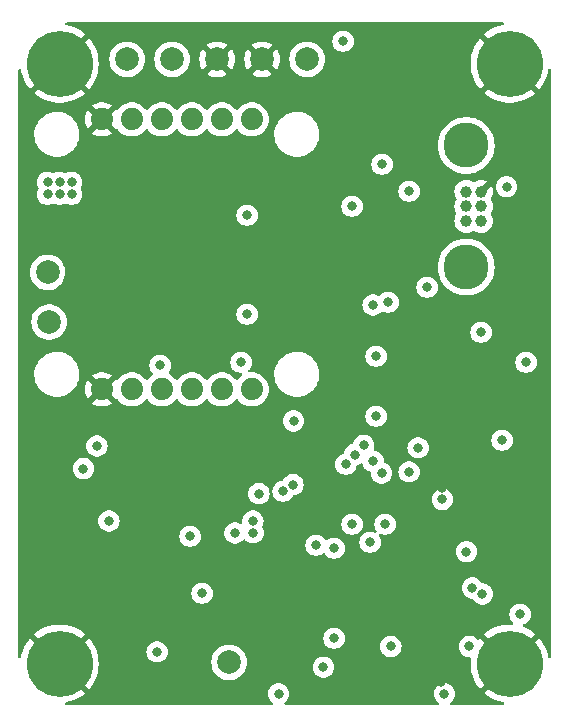
<source format=gbr>
%TF.GenerationSoftware,KiCad,Pcbnew,7.0.7*%
%TF.CreationDate,2023-10-21T12:14:55-04:00*%
%TF.ProjectId,processor,70726f63-6573-4736-9f72-2e6b69636164,rev?*%
%TF.SameCoordinates,Original*%
%TF.FileFunction,Copper,L3,Inr*%
%TF.FilePolarity,Positive*%
%FSLAX46Y46*%
G04 Gerber Fmt 4.6, Leading zero omitted, Abs format (unit mm)*
G04 Created by KiCad (PCBNEW 7.0.7) date 2023-10-21 12:14:55*
%MOMM*%
%LPD*%
G01*
G04 APERTURE LIST*
%TA.AperFunction,ComponentPad*%
%ADD10C,5.600000*%
%TD*%
%TA.AperFunction,ComponentPad*%
%ADD11C,2.000000*%
%TD*%
%TA.AperFunction,ComponentPad*%
%ADD12C,3.800000*%
%TD*%
%TA.AperFunction,ComponentPad*%
%ADD13C,1.000000*%
%TD*%
%TA.AperFunction,ComponentPad*%
%ADD14C,1.879600*%
%TD*%
%TA.AperFunction,ViaPad*%
%ADD15C,0.800000*%
%TD*%
G04 APERTURE END LIST*
D10*
%TO.N,GND*%
%TO.C,H3*%
X135000000Y-120000000D03*
%TD*%
D11*
%TO.N,+5V*%
%TO.C,TP1*%
X155956000Y-68834000D03*
%TD*%
%TO.N,GND*%
%TO.C,TP7*%
X148336000Y-68834000D03*
%TD*%
D10*
%TO.N,GND*%
%TO.C,H1*%
X135000000Y-69200000D03*
%TD*%
D12*
%TO.N,*%
%TO.C,J1*%
X169431351Y-86430000D03*
X169431351Y-76130000D03*
D13*
%TO.N,unconnected-(J1-Pin_1-Pad1)*%
X169431351Y-80030000D03*
%TO.N,/CANL*%
X169431351Y-81280000D03*
%TO.N,/CANH*%
X169431351Y-82530000D03*
%TO.N,GND*%
X170681351Y-80030000D03*
%TO.N,Net-(J1-Pin_5)*%
X170681351Y-81280000D03*
%TO.N,unconnected-(J1-Pin_6-Pad6)*%
X170681351Y-82530000D03*
%TD*%
D11*
%TO.N,/imu/SDA*%
%TO.C,TP5*%
X134112000Y-91059000D03*
%TD*%
D14*
%TO.N,GND*%
%TO.C,A1*%
X138566833Y-96774000D03*
%TO.N,+3V3*%
X141106833Y-96774000D03*
%TO.N,/imu/SDA*%
X143646833Y-96774000D03*
%TO.N,/imu/SCL*%
X146186833Y-96774000D03*
%TO.N,unconnected-(A1-AD0{slash}SD0_VIN-Pad5)*%
X148726833Y-96774000D03*
%TO.N,+3V3*%
X151266833Y-96774000D03*
X151266833Y-73914000D03*
%TO.N,unconnected-(A1-AUX_CL_VIN-Pad8)*%
X148726833Y-73914000D03*
%TO.N,unconnected-(A1-AUX_DA_VIN-Pad9)*%
X146186833Y-73914000D03*
%TO.N,unconnected-(A1-FSYNC_VIN-Pad10)*%
X143646833Y-73914000D03*
%TO.N,/imu/IMU_INT*%
X141106833Y-73914000D03*
%TO.N,GND*%
X138566833Y-73914000D03*
%TD*%
D11*
%TO.N,/imu/SCL*%
%TO.C,TP4*%
X133985000Y-86868000D03*
%TD*%
D10*
%TO.N,GND*%
%TO.C,H4*%
X173100000Y-120000000D03*
%TD*%
D11*
%TO.N,GND*%
%TO.C,TP8*%
X152146000Y-68834000D03*
%TD*%
%TO.N,/imu/IMU_INT*%
%TO.C,TP6*%
X140716000Y-68834000D03*
%TD*%
%TO.N,/mcu/5V_SENSE*%
%TO.C,TP2*%
X149352000Y-119888000D03*
%TD*%
%TO.N,+3V3*%
%TO.C,TP3*%
X144526000Y-68834000D03*
%TD*%
D10*
%TO.N,GND*%
%TO.C,H2*%
X173100000Y-69200000D03*
%TD*%
D15*
%TO.N,GND*%
X164592000Y-112395000D03*
X154940000Y-117221000D03*
X164592000Y-118618000D03*
X164592000Y-110490000D03*
X164592000Y-108458000D03*
X154874651Y-120363814D03*
X154940000Y-118110000D03*
X167385037Y-105099799D03*
X169608500Y-116903500D03*
X153289000Y-86360000D03*
X167319155Y-121592696D03*
X159258000Y-83058000D03*
X169688155Y-112322155D03*
X156464000Y-108204000D03*
X164592000Y-116459000D03*
X154224829Y-108198442D03*
X164592000Y-114427000D03*
%TO.N,+3V3*%
X164592000Y-80010000D03*
X169942155Y-113592155D03*
X161798000Y-93980000D03*
X139172000Y-107926000D03*
X136017000Y-80264000D03*
X169434155Y-110522000D03*
X149840000Y-108942000D03*
X167582991Y-122556748D03*
X135001000Y-79248000D03*
X147066000Y-114046000D03*
X151357155Y-107920155D03*
X158242000Y-117856000D03*
X151872000Y-105608000D03*
X136017000Y-79248000D03*
X173990000Y-115824000D03*
X143256000Y-118999000D03*
X159004000Y-67310000D03*
X167402155Y-106099155D03*
X154813000Y-99457000D03*
X133985000Y-80264000D03*
X135001000Y-80264000D03*
X153543000Y-122555000D03*
X133985000Y-79248000D03*
X150876000Y-82042000D03*
%TO.N,/imu/SDA*%
X162814000Y-89408000D03*
%TO.N,/imu/SCL*%
X161544000Y-89634498D03*
X143510000Y-94742000D03*
%TO.N,+5V*%
X159766000Y-81280000D03*
%TO.N,Net-(U4-NRST)*%
X170796003Y-114111720D03*
%TO.N,Net-(U4-VREF+)*%
X163041155Y-118545155D03*
%TO.N,/mcu/VDDA*%
X169688155Y-118545155D03*
%TO.N,/mcu/D1-*%
X174498000Y-94488000D03*
X172466000Y-101092000D03*
X162560000Y-108204000D03*
%TO.N,/mcu/D2-*%
X162306000Y-77724000D03*
%TO.N,/mcu/D3-*%
X172851299Y-79624701D03*
%TO.N,/mcu/TMS*%
X160744500Y-101514635D03*
X159766000Y-108204000D03*
X161798000Y-99060000D03*
%TO.N,/mcu/TCK*%
X153926000Y-105408000D03*
%TO.N,/mcu/TDO*%
X161539701Y-102870000D03*
%TO.N,/mcu/TDI*%
X154751061Y-104843837D03*
%TO.N,/mcu/TRST*%
X162264201Y-103878242D03*
%TO.N,/mcu/VCP_RX*%
X164591500Y-103763299D03*
%TO.N,/mcu/VCP_TX*%
X165354000Y-101727000D03*
%TO.N,Net-(J2-Pin_11)*%
X170688000Y-91948000D03*
%TO.N,/SD Card/SDMMC_CMD*%
X138156000Y-101576000D03*
X137013000Y-103481000D03*
%TO.N,/mcu/5V_SENSE*%
X146050000Y-109220000D03*
X150368000Y-94488000D03*
X150876000Y-90424000D03*
%TO.N,Net-(U4-BOOT0)*%
X161290000Y-109728000D03*
%TO.N,/mcu/FDCAN1_RX*%
X158242000Y-110236000D03*
X159982500Y-102305226D03*
%TO.N,/mcu/FDCAN1_TX*%
X156718000Y-109982000D03*
X159232500Y-103124000D03*
%TO.N,Net-(J1-Pin_5)*%
X166116000Y-88138000D03*
%TO.N,/mcu/VCAP1*%
X157340210Y-120303912D03*
%TO.N,/mcu/VCAP2*%
X151385782Y-108919247D03*
%TD*%
%TA.AperFunction,Conductor*%
%TO.N,GND*%
G36*
X172574317Y-65720185D02*
G01*
X172620072Y-65772989D01*
X172630016Y-65842147D01*
X172600991Y-65905703D01*
X172542213Y-65943477D01*
X172533934Y-65945601D01*
X172215857Y-66015615D01*
X171876744Y-66129876D01*
X171876739Y-66129877D01*
X171551990Y-66280123D01*
X171245370Y-66464609D01*
X171245367Y-66464611D01*
X170960491Y-66681166D01*
X170947256Y-66693703D01*
X170947255Y-66693703D01*
X172060966Y-67807413D01*
X172094451Y-67868736D01*
X172089467Y-67938428D01*
X172053817Y-67989384D01*
X171965130Y-68065130D01*
X171889384Y-68153817D01*
X171830877Y-68192010D01*
X171761009Y-68192508D01*
X171707413Y-68160966D01*
X170596442Y-67049994D01*
X170596441Y-67049995D01*
X170469040Y-67199983D01*
X170469033Y-67199993D01*
X170268218Y-67496172D01*
X170100606Y-67812322D01*
X170100597Y-67812340D01*
X169968149Y-68144760D01*
X169968147Y-68144767D01*
X169872421Y-68489542D01*
X169872415Y-68489568D01*
X169814527Y-68842668D01*
X169814526Y-68842685D01*
X169795153Y-69199997D01*
X169795153Y-69200002D01*
X169814526Y-69557314D01*
X169814527Y-69557331D01*
X169872415Y-69910431D01*
X169872421Y-69910457D01*
X169968147Y-70255232D01*
X169968149Y-70255239D01*
X170100597Y-70587659D01*
X170100606Y-70587677D01*
X170268218Y-70903827D01*
X170469033Y-71200007D01*
X170596441Y-71350003D01*
X170596442Y-71350004D01*
X171707413Y-70239032D01*
X171768736Y-70205547D01*
X171838427Y-70210531D01*
X171889381Y-70246179D01*
X171965130Y-70334870D01*
X172028855Y-70389296D01*
X172053816Y-70410615D01*
X172092009Y-70469122D01*
X172092507Y-70538990D01*
X172060965Y-70592586D01*
X170947255Y-71706295D01*
X170947256Y-71706296D01*
X170960485Y-71718828D01*
X170960486Y-71718829D01*
X171245367Y-71935388D01*
X171245370Y-71935390D01*
X171551990Y-72119876D01*
X171876739Y-72270122D01*
X171876744Y-72270123D01*
X172215855Y-72384383D01*
X172565339Y-72461311D01*
X172921075Y-72499999D01*
X172921085Y-72500000D01*
X173278915Y-72500000D01*
X173278924Y-72499999D01*
X173634660Y-72461311D01*
X173984144Y-72384383D01*
X174323255Y-72270123D01*
X174323260Y-72270122D01*
X174648009Y-72119876D01*
X174954629Y-71935390D01*
X174954632Y-71935388D01*
X175239504Y-71718836D01*
X175252742Y-71706294D01*
X174139033Y-70592586D01*
X174105548Y-70531263D01*
X174110532Y-70461571D01*
X174146180Y-70410617D01*
X174234870Y-70334870D01*
X174310617Y-70246180D01*
X174369121Y-70207990D01*
X174438989Y-70207490D01*
X174492586Y-70239033D01*
X175603556Y-71350003D01*
X175730964Y-71200008D01*
X175730975Y-71199994D01*
X175931781Y-70903827D01*
X176099393Y-70587677D01*
X176099402Y-70587659D01*
X176231850Y-70255239D01*
X176231852Y-70255232D01*
X176327578Y-69910457D01*
X176327584Y-69910431D01*
X176353134Y-69754586D01*
X176383404Y-69691614D01*
X176442915Y-69655005D01*
X176512771Y-69656381D01*
X176570794Y-69695306D01*
X176598562Y-69759421D01*
X176599500Y-69774647D01*
X176599500Y-119425352D01*
X176579815Y-119492391D01*
X176527011Y-119538146D01*
X176457853Y-119548090D01*
X176394297Y-119519065D01*
X176356523Y-119460287D01*
X176353134Y-119445413D01*
X176327584Y-119289568D01*
X176327578Y-119289542D01*
X176231852Y-118944767D01*
X176231850Y-118944760D01*
X176099402Y-118612340D01*
X176099393Y-118612322D01*
X175931781Y-118296172D01*
X175730966Y-117999992D01*
X175603557Y-117849995D01*
X175603556Y-117849994D01*
X174492586Y-118960965D01*
X174431263Y-118994450D01*
X174361571Y-118989466D01*
X174310615Y-118953816D01*
X174289296Y-118928855D01*
X174234870Y-118865130D01*
X174146179Y-118789381D01*
X174107989Y-118730878D01*
X174107489Y-118661010D01*
X174139032Y-118607413D01*
X175252743Y-117493703D01*
X175252742Y-117493702D01*
X175239514Y-117481171D01*
X175239513Y-117481170D01*
X174954632Y-117264611D01*
X174954629Y-117264609D01*
X174648009Y-117080123D01*
X174323260Y-116929878D01*
X174281173Y-116915697D01*
X174223929Y-116875637D01*
X174197429Y-116810987D01*
X174210089Y-116742274D01*
X174257888Y-116691313D01*
X174270331Y-116684909D01*
X174403292Y-116625710D01*
X174442730Y-116608151D01*
X174595871Y-116496888D01*
X174722533Y-116356216D01*
X174817179Y-116192284D01*
X174875674Y-116012256D01*
X174895460Y-115824000D01*
X174875674Y-115635744D01*
X174817179Y-115455716D01*
X174722533Y-115291784D01*
X174595871Y-115151112D01*
X174595870Y-115151111D01*
X174442734Y-115039851D01*
X174442729Y-115039848D01*
X174269807Y-114962857D01*
X174269802Y-114962855D01*
X174124001Y-114931865D01*
X174084646Y-114923500D01*
X173895354Y-114923500D01*
X173862897Y-114930398D01*
X173710197Y-114962855D01*
X173710192Y-114962857D01*
X173537270Y-115039848D01*
X173537265Y-115039851D01*
X173384129Y-115151111D01*
X173257466Y-115291785D01*
X173162821Y-115455715D01*
X173162818Y-115455722D01*
X173104327Y-115635740D01*
X173104326Y-115635744D01*
X173084540Y-115824000D01*
X173104326Y-116012256D01*
X173104327Y-116012259D01*
X173162818Y-116192277D01*
X173162821Y-116192284D01*
X173257467Y-116356216D01*
X173370422Y-116481665D01*
X173380973Y-116493383D01*
X173411203Y-116556374D01*
X173402578Y-116625710D01*
X173357836Y-116679375D01*
X173291184Y-116700333D01*
X173282105Y-116700173D01*
X173278916Y-116700000D01*
X172921075Y-116700000D01*
X172565339Y-116738688D01*
X172215855Y-116815616D01*
X171876744Y-116929876D01*
X171876739Y-116929877D01*
X171551990Y-117080123D01*
X171245370Y-117264609D01*
X171245367Y-117264611D01*
X170960491Y-117481166D01*
X170947256Y-117493703D01*
X170947255Y-117493703D01*
X172060966Y-118607413D01*
X172094451Y-118668736D01*
X172089467Y-118738428D01*
X172053817Y-118789384D01*
X171965130Y-118865130D01*
X171889384Y-118953817D01*
X171830877Y-118992010D01*
X171761009Y-118992508D01*
X171707413Y-118960966D01*
X170596442Y-117849994D01*
X170596441Y-117849995D01*
X170531693Y-117926222D01*
X170473289Y-117964573D01*
X170403423Y-117965261D01*
X170345035Y-117928918D01*
X170294025Y-117872266D01*
X170140889Y-117761006D01*
X170140884Y-117761003D01*
X169967962Y-117684012D01*
X169967957Y-117684010D01*
X169822156Y-117653020D01*
X169782801Y-117644655D01*
X169593509Y-117644655D01*
X169561052Y-117651553D01*
X169408352Y-117684010D01*
X169408347Y-117684012D01*
X169235425Y-117761003D01*
X169235420Y-117761006D01*
X169082284Y-117872266D01*
X168955621Y-118012940D01*
X168860976Y-118176870D01*
X168860973Y-118176877D01*
X168812484Y-118326112D01*
X168802481Y-118356899D01*
X168782695Y-118545155D01*
X168802481Y-118733411D01*
X168802482Y-118733414D01*
X168860973Y-118913432D01*
X168860976Y-118913439D01*
X168955622Y-119077371D01*
X169040280Y-119171393D01*
X169082284Y-119218043D01*
X169235420Y-119329303D01*
X169235425Y-119329306D01*
X169408347Y-119406297D01*
X169408352Y-119406299D01*
X169593509Y-119445655D01*
X169593510Y-119445655D01*
X169700843Y-119445655D01*
X169767882Y-119465340D01*
X169813637Y-119518144D01*
X169823581Y-119587302D01*
X169823209Y-119589716D01*
X169814527Y-119642668D01*
X169814526Y-119642685D01*
X169795153Y-119999997D01*
X169795153Y-120000002D01*
X169814526Y-120357314D01*
X169814527Y-120357331D01*
X169872415Y-120710431D01*
X169872421Y-120710457D01*
X169968147Y-121055232D01*
X169968149Y-121055239D01*
X170100597Y-121387659D01*
X170100606Y-121387677D01*
X170268218Y-121703827D01*
X170469033Y-122000007D01*
X170596441Y-122150003D01*
X170596442Y-122150004D01*
X171707413Y-121039032D01*
X171768736Y-121005547D01*
X171838427Y-121010531D01*
X171889381Y-121046179D01*
X171965130Y-121134870D01*
X172018796Y-121180705D01*
X172053816Y-121210615D01*
X172092009Y-121269122D01*
X172092507Y-121338990D01*
X172060965Y-121392586D01*
X170947255Y-122506295D01*
X170947256Y-122506296D01*
X170960485Y-122518828D01*
X170960486Y-122518829D01*
X171245367Y-122735388D01*
X171245370Y-122735390D01*
X171551990Y-122919876D01*
X171876739Y-123070122D01*
X171876744Y-123070123D01*
X172215857Y-123184384D01*
X172533934Y-123254399D01*
X172595175Y-123288035D01*
X172628509Y-123349440D01*
X172623353Y-123419120D01*
X172581344Y-123474950D01*
X172515819Y-123499205D01*
X172507278Y-123499500D01*
X168199059Y-123499500D01*
X168132020Y-123479815D01*
X168086265Y-123427011D01*
X168076321Y-123357853D01*
X168105346Y-123294297D01*
X168126173Y-123275182D01*
X168188862Y-123229636D01*
X168315524Y-123088964D01*
X168410170Y-122925032D01*
X168468665Y-122745004D01*
X168488451Y-122556748D01*
X168468665Y-122368492D01*
X168410170Y-122188464D01*
X168315524Y-122024532D01*
X168188862Y-121883860D01*
X168186455Y-121882111D01*
X168035725Y-121772599D01*
X168035720Y-121772596D01*
X167862798Y-121695605D01*
X167862793Y-121695603D01*
X167716991Y-121664613D01*
X167677637Y-121656248D01*
X167488345Y-121656248D01*
X167455888Y-121663146D01*
X167303188Y-121695603D01*
X167303183Y-121695605D01*
X167130261Y-121772596D01*
X167130256Y-121772599D01*
X166977120Y-121883859D01*
X166850457Y-122024533D01*
X166755812Y-122188463D01*
X166755809Y-122188470D01*
X166702147Y-122353627D01*
X166697317Y-122368492D01*
X166677531Y-122556748D01*
X166697317Y-122745004D01*
X166697318Y-122745007D01*
X166755809Y-122925025D01*
X166755812Y-122925032D01*
X166850458Y-123088964D01*
X166977120Y-123229636D01*
X167014127Y-123256523D01*
X167039809Y-123275182D01*
X167082474Y-123330512D01*
X167088453Y-123400126D01*
X167055847Y-123461921D01*
X166995008Y-123496278D01*
X166966923Y-123499500D01*
X154156662Y-123499500D01*
X154089623Y-123479815D01*
X154043868Y-123427011D01*
X154033924Y-123357853D01*
X154062949Y-123294297D01*
X154083776Y-123275182D01*
X154148871Y-123227888D01*
X154275533Y-123087216D01*
X154370179Y-122923284D01*
X154428674Y-122743256D01*
X154448460Y-122555000D01*
X154428674Y-122366744D01*
X154370179Y-122186716D01*
X154275533Y-122022784D01*
X154148871Y-121882112D01*
X154148870Y-121882111D01*
X153995734Y-121770851D01*
X153995729Y-121770848D01*
X153822807Y-121693857D01*
X153822802Y-121693855D01*
X153677001Y-121662865D01*
X153637646Y-121654500D01*
X153448354Y-121654500D01*
X153415897Y-121661398D01*
X153263197Y-121693855D01*
X153263192Y-121693857D01*
X153090270Y-121770848D01*
X153090265Y-121770851D01*
X152937129Y-121882111D01*
X152810466Y-122022785D01*
X152715821Y-122186715D01*
X152715818Y-122186722D01*
X152661588Y-122353627D01*
X152657326Y-122366744D01*
X152637540Y-122555000D01*
X152657326Y-122743256D01*
X152657327Y-122743259D01*
X152715818Y-122923277D01*
X152715821Y-122923284D01*
X152810467Y-123087216D01*
X152937129Y-123227888D01*
X152976542Y-123256523D01*
X153002224Y-123275182D01*
X153044889Y-123330512D01*
X153050868Y-123400126D01*
X153018262Y-123461920D01*
X152957423Y-123496278D01*
X152929338Y-123499500D01*
X135592722Y-123499500D01*
X135525683Y-123479815D01*
X135479928Y-123427011D01*
X135469984Y-123357853D01*
X135499009Y-123294297D01*
X135557787Y-123256523D01*
X135566066Y-123254399D01*
X135884142Y-123184384D01*
X136223255Y-123070123D01*
X136223260Y-123070122D01*
X136548009Y-122919876D01*
X136854629Y-122735390D01*
X136854632Y-122735388D01*
X137139504Y-122518836D01*
X137152742Y-122506294D01*
X136039033Y-121392586D01*
X136005548Y-121331263D01*
X136010532Y-121261571D01*
X136046180Y-121210617D01*
X136134870Y-121134870D01*
X136210617Y-121046180D01*
X136269121Y-121007990D01*
X136338989Y-121007490D01*
X136392586Y-121039033D01*
X137503556Y-122150003D01*
X137630964Y-122000008D01*
X137630975Y-121999994D01*
X137831781Y-121703827D01*
X137999393Y-121387677D01*
X137999402Y-121387659D01*
X138131850Y-121055239D01*
X138131852Y-121055232D01*
X138227578Y-120710457D01*
X138227584Y-120710431D01*
X138285472Y-120357331D01*
X138285473Y-120357314D01*
X138304846Y-120000002D01*
X138304846Y-119999997D01*
X138285473Y-119642685D01*
X138285472Y-119642668D01*
X138227584Y-119289568D01*
X138227578Y-119289542D01*
X138146910Y-118999000D01*
X142350540Y-118999000D01*
X142370326Y-119187256D01*
X142370327Y-119187259D01*
X142428818Y-119367277D01*
X142428821Y-119367284D01*
X142523467Y-119531216D01*
X142650128Y-119671888D01*
X142650129Y-119671888D01*
X142803265Y-119783148D01*
X142803270Y-119783151D01*
X142976192Y-119860142D01*
X142976197Y-119860144D01*
X143161354Y-119899500D01*
X143161355Y-119899500D01*
X143350644Y-119899500D01*
X143350646Y-119899500D01*
X143404726Y-119888005D01*
X147846357Y-119888005D01*
X147866890Y-120135812D01*
X147866892Y-120135824D01*
X147927936Y-120376881D01*
X148027826Y-120604606D01*
X148163833Y-120812782D01*
X148163836Y-120812785D01*
X148332256Y-120995738D01*
X148528491Y-121148474D01*
X148747190Y-121266828D01*
X148982386Y-121347571D01*
X149227665Y-121388500D01*
X149476335Y-121388500D01*
X149721614Y-121347571D01*
X149956810Y-121266828D01*
X150175509Y-121148474D01*
X150371744Y-120995738D01*
X150540164Y-120812785D01*
X150676173Y-120604607D01*
X150776063Y-120376881D01*
X150794541Y-120303912D01*
X156434750Y-120303912D01*
X156454536Y-120492168D01*
X156454537Y-120492171D01*
X156513028Y-120672189D01*
X156513031Y-120672196D01*
X156607677Y-120836128D01*
X156704234Y-120943365D01*
X156734339Y-120976800D01*
X156887475Y-121088060D01*
X156887480Y-121088063D01*
X157060402Y-121165054D01*
X157060407Y-121165056D01*
X157245564Y-121204412D01*
X157245565Y-121204412D01*
X157434854Y-121204412D01*
X157434856Y-121204412D01*
X157620013Y-121165056D01*
X157792940Y-121088063D01*
X157946081Y-120976800D01*
X158072743Y-120836128D01*
X158167389Y-120672196D01*
X158225884Y-120492168D01*
X158245670Y-120303912D01*
X158225884Y-120115656D01*
X158167389Y-119935628D01*
X158072743Y-119771696D01*
X157946081Y-119631024D01*
X157946080Y-119631023D01*
X157792944Y-119519763D01*
X157792939Y-119519760D01*
X157620017Y-119442769D01*
X157620012Y-119442767D01*
X157448438Y-119406299D01*
X157434856Y-119403412D01*
X157245564Y-119403412D01*
X157231982Y-119406299D01*
X157060407Y-119442767D01*
X157060402Y-119442769D01*
X156887480Y-119519760D01*
X156887475Y-119519763D01*
X156734339Y-119631023D01*
X156607676Y-119771697D01*
X156513031Y-119935627D01*
X156513028Y-119935634D01*
X156492114Y-120000002D01*
X156454536Y-120115656D01*
X156434750Y-120303912D01*
X150794541Y-120303912D01*
X150837108Y-120135821D01*
X150838779Y-120115656D01*
X150857643Y-119888005D01*
X150857643Y-119887994D01*
X150837109Y-119640187D01*
X150837107Y-119640175D01*
X150776063Y-119399118D01*
X150676173Y-119171393D01*
X150540166Y-118963217D01*
X150494342Y-118913439D01*
X150371744Y-118780262D01*
X150175509Y-118627526D01*
X150175507Y-118627525D01*
X150175506Y-118627524D01*
X149956811Y-118509172D01*
X149956802Y-118509169D01*
X149721616Y-118428429D01*
X149476335Y-118387500D01*
X149227665Y-118387500D01*
X148982383Y-118428429D01*
X148747197Y-118509169D01*
X148747188Y-118509172D01*
X148528493Y-118627524D01*
X148332257Y-118780261D01*
X148163833Y-118963217D01*
X148027826Y-119171393D01*
X147927936Y-119399118D01*
X147866892Y-119640175D01*
X147866890Y-119640187D01*
X147846357Y-119887994D01*
X147846357Y-119888005D01*
X143404726Y-119888005D01*
X143535803Y-119860144D01*
X143708730Y-119783151D01*
X143861871Y-119671888D01*
X143988533Y-119531216D01*
X144083179Y-119367284D01*
X144141674Y-119187256D01*
X144161460Y-118999000D01*
X144141674Y-118810744D01*
X144083179Y-118630716D01*
X143988533Y-118466784D01*
X143861871Y-118326112D01*
X143861870Y-118326111D01*
X143708734Y-118214851D01*
X143708729Y-118214848D01*
X143535807Y-118137857D01*
X143535802Y-118137855D01*
X143390000Y-118106865D01*
X143350646Y-118098500D01*
X143161354Y-118098500D01*
X143128897Y-118105398D01*
X142976197Y-118137855D01*
X142976192Y-118137857D01*
X142803270Y-118214848D01*
X142803265Y-118214851D01*
X142650129Y-118326111D01*
X142523466Y-118466785D01*
X142428821Y-118630715D01*
X142428818Y-118630722D01*
X142380230Y-118780262D01*
X142370326Y-118810744D01*
X142350540Y-118999000D01*
X138146910Y-118999000D01*
X138131852Y-118944767D01*
X138131850Y-118944760D01*
X137999402Y-118612340D01*
X137999393Y-118612322D01*
X137831781Y-118296172D01*
X137630966Y-117999992D01*
X137508658Y-117856000D01*
X157336540Y-117856000D01*
X157356326Y-118044256D01*
X157356327Y-118044259D01*
X157414818Y-118224277D01*
X157414821Y-118224284D01*
X157509467Y-118388216D01*
X157580211Y-118466785D01*
X157636129Y-118528888D01*
X157789265Y-118640148D01*
X157789270Y-118640151D01*
X157962192Y-118717142D01*
X157962197Y-118717144D01*
X158147354Y-118756500D01*
X158147355Y-118756500D01*
X158336644Y-118756500D01*
X158336646Y-118756500D01*
X158521803Y-118717144D01*
X158694730Y-118640151D01*
X158825481Y-118545155D01*
X162135695Y-118545155D01*
X162155481Y-118733411D01*
X162155482Y-118733414D01*
X162213973Y-118913432D01*
X162213976Y-118913439D01*
X162308622Y-119077371D01*
X162393280Y-119171393D01*
X162435284Y-119218043D01*
X162588420Y-119329303D01*
X162588425Y-119329306D01*
X162761347Y-119406297D01*
X162761352Y-119406299D01*
X162946509Y-119445655D01*
X162946510Y-119445655D01*
X163135799Y-119445655D01*
X163135801Y-119445655D01*
X163320958Y-119406299D01*
X163493885Y-119329306D01*
X163647026Y-119218043D01*
X163773688Y-119077371D01*
X163868334Y-118913439D01*
X163926829Y-118733411D01*
X163946615Y-118545155D01*
X163926829Y-118356899D01*
X163868334Y-118176871D01*
X163773688Y-118012939D01*
X163647026Y-117872267D01*
X163647025Y-117872266D01*
X163493889Y-117761006D01*
X163493884Y-117761003D01*
X163320962Y-117684012D01*
X163320957Y-117684010D01*
X163175156Y-117653020D01*
X163135801Y-117644655D01*
X162946509Y-117644655D01*
X162914052Y-117651553D01*
X162761352Y-117684010D01*
X162761347Y-117684012D01*
X162588425Y-117761003D01*
X162588420Y-117761006D01*
X162435284Y-117872266D01*
X162308621Y-118012940D01*
X162213976Y-118176870D01*
X162213973Y-118176877D01*
X162165484Y-118326112D01*
X162155481Y-118356899D01*
X162135695Y-118545155D01*
X158825481Y-118545155D01*
X158847871Y-118528888D01*
X158974533Y-118388216D01*
X159069179Y-118224284D01*
X159127674Y-118044256D01*
X159147460Y-117856000D01*
X159127674Y-117667744D01*
X159069179Y-117487716D01*
X158974533Y-117323784D01*
X158847871Y-117183112D01*
X158847870Y-117183111D01*
X158694734Y-117071851D01*
X158694729Y-117071848D01*
X158521807Y-116994857D01*
X158521802Y-116994855D01*
X158376000Y-116963865D01*
X158336646Y-116955500D01*
X158147354Y-116955500D01*
X158114897Y-116962398D01*
X157962197Y-116994855D01*
X157962192Y-116994857D01*
X157789270Y-117071848D01*
X157789265Y-117071851D01*
X157636129Y-117183111D01*
X157509466Y-117323785D01*
X157414821Y-117487715D01*
X157414818Y-117487722D01*
X157363828Y-117644655D01*
X157356326Y-117667744D01*
X157336540Y-117856000D01*
X137508658Y-117856000D01*
X137503557Y-117849995D01*
X137503556Y-117849994D01*
X136392586Y-118960965D01*
X136331263Y-118994450D01*
X136261571Y-118989466D01*
X136210615Y-118953816D01*
X136189296Y-118928855D01*
X136134870Y-118865130D01*
X136046179Y-118789381D01*
X136007989Y-118730878D01*
X136007489Y-118661010D01*
X136039032Y-118607413D01*
X137152743Y-117493703D01*
X137152742Y-117493702D01*
X137139514Y-117481171D01*
X137139513Y-117481170D01*
X136854632Y-117264611D01*
X136854629Y-117264609D01*
X136548009Y-117080123D01*
X136223260Y-116929877D01*
X136223255Y-116929876D01*
X135884144Y-116815616D01*
X135534660Y-116738688D01*
X135178924Y-116700000D01*
X134821075Y-116700000D01*
X134465339Y-116738688D01*
X134115855Y-116815616D01*
X133776744Y-116929876D01*
X133776739Y-116929877D01*
X133451990Y-117080123D01*
X133145370Y-117264609D01*
X133145367Y-117264611D01*
X132860491Y-117481166D01*
X132847256Y-117493703D01*
X132847255Y-117493703D01*
X133960966Y-118607413D01*
X133994451Y-118668736D01*
X133989467Y-118738428D01*
X133953817Y-118789384D01*
X133865130Y-118865130D01*
X133789384Y-118953817D01*
X133730877Y-118992010D01*
X133661009Y-118992508D01*
X133607413Y-118960966D01*
X132496442Y-117849994D01*
X132496441Y-117849995D01*
X132369040Y-117999983D01*
X132369033Y-117999993D01*
X132168218Y-118296172D01*
X132000606Y-118612322D01*
X132000597Y-118612340D01*
X131868149Y-118944760D01*
X131868147Y-118944767D01*
X131772421Y-119289542D01*
X131772415Y-119289568D01*
X131746866Y-119445413D01*
X131716595Y-119508385D01*
X131657085Y-119544994D01*
X131587229Y-119543618D01*
X131529206Y-119504693D01*
X131501438Y-119440578D01*
X131500500Y-119425352D01*
X131500500Y-114046000D01*
X146160540Y-114046000D01*
X146180326Y-114234256D01*
X146180327Y-114234259D01*
X146238818Y-114414277D01*
X146238821Y-114414284D01*
X146333467Y-114578216D01*
X146392640Y-114643934D01*
X146460129Y-114718888D01*
X146613265Y-114830148D01*
X146613270Y-114830151D01*
X146786192Y-114907142D01*
X146786197Y-114907144D01*
X146971354Y-114946500D01*
X146971355Y-114946500D01*
X147160644Y-114946500D01*
X147160646Y-114946500D01*
X147345803Y-114907144D01*
X147518730Y-114830151D01*
X147671871Y-114718888D01*
X147798533Y-114578216D01*
X147893179Y-114414284D01*
X147951674Y-114234256D01*
X147971460Y-114046000D01*
X147951674Y-113857744D01*
X147893179Y-113677716D01*
X147843780Y-113592155D01*
X169036695Y-113592155D01*
X169056481Y-113780411D01*
X169056482Y-113780414D01*
X169114973Y-113960432D01*
X169114976Y-113960439D01*
X169209622Y-114124371D01*
X169308563Y-114234256D01*
X169336284Y-114265043D01*
X169489420Y-114376303D01*
X169489425Y-114376306D01*
X169662347Y-114453297D01*
X169662352Y-114453299D01*
X169847509Y-114492655D01*
X169904537Y-114492655D01*
X169971576Y-114512340D01*
X170011923Y-114554653D01*
X170025527Y-114578216D01*
X170063470Y-114643936D01*
X170190132Y-114784608D01*
X170343268Y-114895868D01*
X170343273Y-114895871D01*
X170516195Y-114972862D01*
X170516200Y-114972864D01*
X170701357Y-115012220D01*
X170701358Y-115012220D01*
X170890647Y-115012220D01*
X170890649Y-115012220D01*
X171075806Y-114972864D01*
X171248733Y-114895871D01*
X171401874Y-114784608D01*
X171528536Y-114643936D01*
X171623182Y-114480004D01*
X171681677Y-114299976D01*
X171701463Y-114111720D01*
X171681677Y-113923464D01*
X171623182Y-113743436D01*
X171528536Y-113579504D01*
X171401874Y-113438832D01*
X171353793Y-113403899D01*
X171248737Y-113327571D01*
X171248732Y-113327568D01*
X171075810Y-113250577D01*
X171075805Y-113250575D01*
X170930004Y-113219585D01*
X170890649Y-113211220D01*
X170890648Y-113211220D01*
X170833621Y-113211220D01*
X170766582Y-113191535D01*
X170726234Y-113149221D01*
X170674688Y-113059939D01*
X170548026Y-112919267D01*
X170548025Y-112919266D01*
X170394889Y-112808006D01*
X170394884Y-112808003D01*
X170221962Y-112731012D01*
X170221957Y-112731010D01*
X170076155Y-112700020D01*
X170036801Y-112691655D01*
X169847509Y-112691655D01*
X169815052Y-112698553D01*
X169662352Y-112731010D01*
X169662347Y-112731012D01*
X169489425Y-112808003D01*
X169489420Y-112808006D01*
X169336284Y-112919266D01*
X169209621Y-113059940D01*
X169114976Y-113223870D01*
X169114973Y-113223877D01*
X169066484Y-113373112D01*
X169056481Y-113403899D01*
X169036695Y-113592155D01*
X147843780Y-113592155D01*
X147798533Y-113513784D01*
X147671871Y-113373112D01*
X147671870Y-113373111D01*
X147518734Y-113261851D01*
X147518729Y-113261848D01*
X147345807Y-113184857D01*
X147345802Y-113184855D01*
X147200001Y-113153865D01*
X147160646Y-113145500D01*
X146971354Y-113145500D01*
X146938897Y-113152398D01*
X146786197Y-113184855D01*
X146786192Y-113184857D01*
X146613270Y-113261848D01*
X146613265Y-113261851D01*
X146460129Y-113373111D01*
X146333466Y-113513785D01*
X146238821Y-113677715D01*
X146238818Y-113677722D01*
X146205453Y-113780411D01*
X146180326Y-113857744D01*
X146160540Y-114046000D01*
X131500500Y-114046000D01*
X131500500Y-109220000D01*
X145144540Y-109220000D01*
X145164326Y-109408256D01*
X145164327Y-109408259D01*
X145222818Y-109588277D01*
X145222821Y-109588284D01*
X145317467Y-109752216D01*
X145444128Y-109892887D01*
X145444129Y-109892888D01*
X145597265Y-110004148D01*
X145597270Y-110004151D01*
X145770192Y-110081142D01*
X145770197Y-110081144D01*
X145955354Y-110120500D01*
X145955355Y-110120500D01*
X146144644Y-110120500D01*
X146144646Y-110120500D01*
X146329803Y-110081144D01*
X146502730Y-110004151D01*
X146533218Y-109982000D01*
X155812540Y-109982000D01*
X155832326Y-110170256D01*
X155832327Y-110170259D01*
X155890818Y-110350277D01*
X155890821Y-110350284D01*
X155985467Y-110514216D01*
X156033214Y-110567244D01*
X156112129Y-110654888D01*
X156265265Y-110766148D01*
X156265270Y-110766151D01*
X156438192Y-110843142D01*
X156438197Y-110843144D01*
X156623354Y-110882500D01*
X156623355Y-110882500D01*
X156812644Y-110882500D01*
X156812646Y-110882500D01*
X156997803Y-110843144D01*
X157170730Y-110766151D01*
X157297114Y-110674327D01*
X157362918Y-110650849D01*
X157430972Y-110666674D01*
X157477384Y-110712647D01*
X157509467Y-110768216D01*
X157576931Y-110843142D01*
X157636129Y-110908888D01*
X157789265Y-111020148D01*
X157789270Y-111020151D01*
X157962192Y-111097142D01*
X157962197Y-111097144D01*
X158147354Y-111136500D01*
X158147355Y-111136500D01*
X158336644Y-111136500D01*
X158336646Y-111136500D01*
X158521803Y-111097144D01*
X158694730Y-111020151D01*
X158847871Y-110908888D01*
X158974533Y-110768216D01*
X159069179Y-110604284D01*
X159127674Y-110424256D01*
X159147460Y-110236000D01*
X159127674Y-110047744D01*
X159069179Y-109867716D01*
X158988514Y-109728000D01*
X160384540Y-109728000D01*
X160404326Y-109916256D01*
X160404327Y-109916259D01*
X160462818Y-110096277D01*
X160462821Y-110096284D01*
X160557467Y-110260216D01*
X160623672Y-110333744D01*
X160684129Y-110400888D01*
X160837265Y-110512148D01*
X160837270Y-110512151D01*
X161010192Y-110589142D01*
X161010197Y-110589144D01*
X161195354Y-110628500D01*
X161195355Y-110628500D01*
X161384644Y-110628500D01*
X161384646Y-110628500D01*
X161569803Y-110589144D01*
X161720609Y-110522000D01*
X168528695Y-110522000D01*
X168548481Y-110710256D01*
X168548482Y-110710259D01*
X168606973Y-110890277D01*
X168606976Y-110890284D01*
X168701622Y-111054216D01*
X168740273Y-111097142D01*
X168828284Y-111194888D01*
X168981420Y-111306148D01*
X168981425Y-111306151D01*
X169154347Y-111383142D01*
X169154352Y-111383144D01*
X169339509Y-111422500D01*
X169339510Y-111422500D01*
X169528799Y-111422500D01*
X169528801Y-111422500D01*
X169713958Y-111383144D01*
X169886885Y-111306151D01*
X170040026Y-111194888D01*
X170166688Y-111054216D01*
X170261334Y-110890284D01*
X170319829Y-110710256D01*
X170339615Y-110522000D01*
X170319829Y-110333744D01*
X170261334Y-110153716D01*
X170166688Y-109989784D01*
X170040026Y-109849112D01*
X170040025Y-109849111D01*
X169886889Y-109737851D01*
X169886884Y-109737848D01*
X169713962Y-109660857D01*
X169713957Y-109660855D01*
X169568156Y-109629865D01*
X169528801Y-109621500D01*
X169339509Y-109621500D01*
X169307052Y-109628398D01*
X169154352Y-109660855D01*
X169154347Y-109660857D01*
X168981425Y-109737848D01*
X168981420Y-109737851D01*
X168828284Y-109849111D01*
X168701621Y-109989785D01*
X168606976Y-110153715D01*
X168606973Y-110153722D01*
X168548482Y-110333740D01*
X168548481Y-110333744D01*
X168528695Y-110522000D01*
X161720609Y-110522000D01*
X161742730Y-110512151D01*
X161895871Y-110400888D01*
X162022533Y-110260216D01*
X162117179Y-110096284D01*
X162175674Y-109916256D01*
X162195460Y-109728000D01*
X162175674Y-109539744D01*
X162117179Y-109359716D01*
X162022678Y-109196035D01*
X162006205Y-109128135D01*
X162029058Y-109062108D01*
X162083979Y-109018917D01*
X162153532Y-109012276D01*
X162180501Y-109020756D01*
X162280197Y-109065144D01*
X162465354Y-109104500D01*
X162465355Y-109104500D01*
X162654644Y-109104500D01*
X162654646Y-109104500D01*
X162839803Y-109065144D01*
X163012730Y-108988151D01*
X163165871Y-108876888D01*
X163292533Y-108736216D01*
X163387179Y-108572284D01*
X163445674Y-108392256D01*
X163465460Y-108204000D01*
X163445674Y-108015744D01*
X163387179Y-107835716D01*
X163292533Y-107671784D01*
X163165871Y-107531112D01*
X163165870Y-107531111D01*
X163012734Y-107419851D01*
X163012729Y-107419848D01*
X162839807Y-107342857D01*
X162839802Y-107342855D01*
X162694000Y-107311865D01*
X162654646Y-107303500D01*
X162465354Y-107303500D01*
X162432897Y-107310398D01*
X162280197Y-107342855D01*
X162280192Y-107342857D01*
X162107270Y-107419848D01*
X162107265Y-107419851D01*
X161954129Y-107531111D01*
X161827466Y-107671785D01*
X161732821Y-107835715D01*
X161732818Y-107835722D01*
X161674327Y-108015740D01*
X161674326Y-108015744D01*
X161654540Y-108204000D01*
X161674326Y-108392256D01*
X161674327Y-108392259D01*
X161732818Y-108572277D01*
X161732821Y-108572284D01*
X161827321Y-108735964D01*
X161843794Y-108803865D01*
X161820941Y-108869892D01*
X161766020Y-108913082D01*
X161696466Y-108919723D01*
X161669498Y-108911243D01*
X161569807Y-108866857D01*
X161569802Y-108866855D01*
X161424001Y-108835865D01*
X161384646Y-108827500D01*
X161195354Y-108827500D01*
X161162897Y-108834398D01*
X161010197Y-108866855D01*
X161010192Y-108866857D01*
X160837270Y-108943848D01*
X160837265Y-108943851D01*
X160684129Y-109055111D01*
X160557466Y-109195785D01*
X160462821Y-109359715D01*
X160462818Y-109359722D01*
X160410624Y-109520360D01*
X160404326Y-109539744D01*
X160384540Y-109728000D01*
X158988514Y-109728000D01*
X158974533Y-109703784D01*
X158847871Y-109563112D01*
X158847870Y-109563111D01*
X158694734Y-109451851D01*
X158694729Y-109451848D01*
X158521807Y-109374857D01*
X158521802Y-109374855D01*
X158376001Y-109343865D01*
X158336646Y-109335500D01*
X158147354Y-109335500D01*
X158114897Y-109342398D01*
X157962197Y-109374855D01*
X157962192Y-109374857D01*
X157789270Y-109451848D01*
X157789265Y-109451851D01*
X157662887Y-109543670D01*
X157597080Y-109567150D01*
X157529027Y-109551324D01*
X157482615Y-109505352D01*
X157450533Y-109449784D01*
X157323871Y-109309112D01*
X157323870Y-109309111D01*
X157170734Y-109197851D01*
X157170729Y-109197848D01*
X156997807Y-109120857D01*
X156997802Y-109120855D01*
X156852000Y-109089865D01*
X156812646Y-109081500D01*
X156623354Y-109081500D01*
X156590897Y-109088398D01*
X156438197Y-109120855D01*
X156438192Y-109120857D01*
X156265270Y-109197848D01*
X156265265Y-109197851D01*
X156112129Y-109309111D01*
X155985466Y-109449785D01*
X155890821Y-109613715D01*
X155890818Y-109613722D01*
X155832327Y-109793740D01*
X155832326Y-109793744D01*
X155812540Y-109982000D01*
X146533218Y-109982000D01*
X146655871Y-109892888D01*
X146782533Y-109752216D01*
X146877179Y-109588284D01*
X146935674Y-109408256D01*
X146955460Y-109220000D01*
X146935674Y-109031744D01*
X146906514Y-108942000D01*
X148934540Y-108942000D01*
X148954326Y-109130256D01*
X148954327Y-109130259D01*
X149012818Y-109310277D01*
X149012821Y-109310284D01*
X149107467Y-109474216D01*
X149210168Y-109588277D01*
X149234129Y-109614888D01*
X149387265Y-109726148D01*
X149387270Y-109726151D01*
X149560192Y-109803142D01*
X149560197Y-109803144D01*
X149745354Y-109842500D01*
X149745355Y-109842500D01*
X149934644Y-109842500D01*
X149934646Y-109842500D01*
X150119803Y-109803144D01*
X150292730Y-109726151D01*
X150445871Y-109614888D01*
X150530985Y-109520359D01*
X150590470Y-109483711D01*
X150660327Y-109485041D01*
X150715282Y-109520358D01*
X150779911Y-109592135D01*
X150779914Y-109592137D01*
X150933047Y-109703395D01*
X150933052Y-109703398D01*
X151105974Y-109780389D01*
X151105979Y-109780391D01*
X151291136Y-109819747D01*
X151291137Y-109819747D01*
X151480426Y-109819747D01*
X151480428Y-109819747D01*
X151665585Y-109780391D01*
X151838512Y-109703398D01*
X151991653Y-109592135D01*
X152118315Y-109451463D01*
X152212961Y-109287531D01*
X152271456Y-109107503D01*
X152291242Y-108919247D01*
X152271456Y-108730991D01*
X152212961Y-108550963D01*
X152158657Y-108456906D01*
X152142185Y-108389009D01*
X152158658Y-108332910D01*
X152184334Y-108288439D01*
X152211770Y-108204000D01*
X158860540Y-108204000D01*
X158880326Y-108392256D01*
X158880327Y-108392259D01*
X158938818Y-108572277D01*
X158938821Y-108572284D01*
X159033467Y-108736216D01*
X159151095Y-108866855D01*
X159160129Y-108876888D01*
X159313265Y-108988148D01*
X159313270Y-108988151D01*
X159486192Y-109065142D01*
X159486197Y-109065144D01*
X159671354Y-109104500D01*
X159671355Y-109104500D01*
X159860644Y-109104500D01*
X159860646Y-109104500D01*
X160045803Y-109065144D01*
X160218730Y-108988151D01*
X160371871Y-108876888D01*
X160498533Y-108736216D01*
X160593179Y-108572284D01*
X160651674Y-108392256D01*
X160671460Y-108204000D01*
X160651674Y-108015744D01*
X160593179Y-107835716D01*
X160498533Y-107671784D01*
X160371871Y-107531112D01*
X160371870Y-107531111D01*
X160218734Y-107419851D01*
X160218729Y-107419848D01*
X160045807Y-107342857D01*
X160045802Y-107342855D01*
X159900000Y-107311865D01*
X159860646Y-107303500D01*
X159671354Y-107303500D01*
X159638897Y-107310398D01*
X159486197Y-107342855D01*
X159486192Y-107342857D01*
X159313270Y-107419848D01*
X159313265Y-107419851D01*
X159160129Y-107531111D01*
X159033466Y-107671785D01*
X158938821Y-107835715D01*
X158938818Y-107835722D01*
X158880327Y-108015740D01*
X158880326Y-108015744D01*
X158860540Y-108204000D01*
X152211770Y-108204000D01*
X152242829Y-108108411D01*
X152262615Y-107920155D01*
X152242829Y-107731899D01*
X152184334Y-107551871D01*
X152089688Y-107387939D01*
X151963026Y-107247267D01*
X151963025Y-107247266D01*
X151809889Y-107136006D01*
X151809884Y-107136003D01*
X151636962Y-107059012D01*
X151636957Y-107059010D01*
X151491155Y-107028020D01*
X151451801Y-107019655D01*
X151262509Y-107019655D01*
X151235010Y-107025500D01*
X151077352Y-107059010D01*
X151077347Y-107059012D01*
X150904425Y-107136003D01*
X150904420Y-107136006D01*
X150751284Y-107247266D01*
X150624621Y-107387940D01*
X150529976Y-107551870D01*
X150529973Y-107551877D01*
X150491013Y-107671785D01*
X150471481Y-107731899D01*
X150470867Y-107737744D01*
X150451695Y-107920155D01*
X150463258Y-108030171D01*
X150450688Y-108098901D01*
X150402956Y-108149924D01*
X150335216Y-108167042D01*
X150289501Y-108156411D01*
X150119807Y-108080857D01*
X150119802Y-108080855D01*
X149974000Y-108049865D01*
X149934646Y-108041500D01*
X149745354Y-108041500D01*
X149712897Y-108048398D01*
X149560197Y-108080855D01*
X149560192Y-108080857D01*
X149387270Y-108157848D01*
X149387265Y-108157851D01*
X149234129Y-108269111D01*
X149107466Y-108409785D01*
X149012821Y-108573715D01*
X149012818Y-108573722D01*
X148968491Y-108710148D01*
X148954326Y-108753744D01*
X148934540Y-108942000D01*
X146906514Y-108942000D01*
X146877179Y-108851716D01*
X146782533Y-108687784D01*
X146655871Y-108547112D01*
X146655870Y-108547111D01*
X146502734Y-108435851D01*
X146502729Y-108435848D01*
X146329807Y-108358857D01*
X146329802Y-108358855D01*
X146184001Y-108327865D01*
X146144646Y-108319500D01*
X145955354Y-108319500D01*
X145922897Y-108326398D01*
X145770197Y-108358855D01*
X145770192Y-108358857D01*
X145597270Y-108435848D01*
X145597265Y-108435851D01*
X145444129Y-108547111D01*
X145317466Y-108687785D01*
X145222821Y-108851715D01*
X145222818Y-108851722D01*
X145167896Y-109020756D01*
X145164326Y-109031744D01*
X145144540Y-109220000D01*
X131500500Y-109220000D01*
X131500500Y-107926000D01*
X138266540Y-107926000D01*
X138286326Y-108114256D01*
X138286327Y-108114259D01*
X138344818Y-108294277D01*
X138344821Y-108294284D01*
X138439467Y-108458216D01*
X138566128Y-108598888D01*
X138566129Y-108598888D01*
X138719265Y-108710148D01*
X138719270Y-108710151D01*
X138892192Y-108787142D01*
X138892197Y-108787144D01*
X139077354Y-108826500D01*
X139077355Y-108826500D01*
X139266644Y-108826500D01*
X139266646Y-108826500D01*
X139451803Y-108787144D01*
X139624730Y-108710151D01*
X139777871Y-108598888D01*
X139904533Y-108458216D01*
X139999179Y-108294284D01*
X140057674Y-108114256D01*
X140077460Y-107926000D01*
X140057674Y-107737744D01*
X139999179Y-107557716D01*
X139904533Y-107393784D01*
X139777871Y-107253112D01*
X139769825Y-107247266D01*
X139624734Y-107141851D01*
X139624729Y-107141848D01*
X139451807Y-107064857D01*
X139451802Y-107064855D01*
X139306000Y-107033865D01*
X139266646Y-107025500D01*
X139077354Y-107025500D01*
X139044897Y-107032398D01*
X138892197Y-107064855D01*
X138892192Y-107064857D01*
X138719270Y-107141848D01*
X138719265Y-107141851D01*
X138566129Y-107253111D01*
X138439466Y-107393785D01*
X138344821Y-107557715D01*
X138344818Y-107557722D01*
X138288226Y-107731895D01*
X138286326Y-107737744D01*
X138266540Y-107926000D01*
X131500500Y-107926000D01*
X131500500Y-105608000D01*
X150966540Y-105608000D01*
X150986326Y-105796256D01*
X150986327Y-105796259D01*
X151044818Y-105976277D01*
X151044821Y-105976284D01*
X151139467Y-106140216D01*
X151186227Y-106192148D01*
X151266129Y-106280888D01*
X151419265Y-106392148D01*
X151419270Y-106392151D01*
X151592192Y-106469142D01*
X151592197Y-106469144D01*
X151777354Y-106508500D01*
X151777355Y-106508500D01*
X151966644Y-106508500D01*
X151966646Y-106508500D01*
X152151803Y-106469144D01*
X152324730Y-106392151D01*
X152477871Y-106280888D01*
X152604533Y-106140216D01*
X152699179Y-105976284D01*
X152757674Y-105796256D01*
X152777460Y-105608000D01*
X152757674Y-105419744D01*
X152753858Y-105408000D01*
X153020540Y-105408000D01*
X153040326Y-105596256D01*
X153040327Y-105596259D01*
X153098818Y-105776277D01*
X153098821Y-105776284D01*
X153193467Y-105940216D01*
X153225937Y-105976277D01*
X153320129Y-106080888D01*
X153473265Y-106192148D01*
X153473270Y-106192151D01*
X153646192Y-106269142D01*
X153646197Y-106269144D01*
X153831354Y-106308500D01*
X153831355Y-106308500D01*
X154020644Y-106308500D01*
X154020646Y-106308500D01*
X154205803Y-106269144D01*
X154378730Y-106192151D01*
X154506729Y-106099155D01*
X166496695Y-106099155D01*
X166516481Y-106287411D01*
X166516482Y-106287414D01*
X166574973Y-106467432D01*
X166574976Y-106467439D01*
X166669622Y-106631371D01*
X166796284Y-106772042D01*
X166796284Y-106772043D01*
X166949420Y-106883303D01*
X166949425Y-106883306D01*
X167122347Y-106960297D01*
X167122352Y-106960299D01*
X167307509Y-106999655D01*
X167307510Y-106999655D01*
X167496799Y-106999655D01*
X167496801Y-106999655D01*
X167681958Y-106960299D01*
X167854885Y-106883306D01*
X168008026Y-106772043D01*
X168134688Y-106631371D01*
X168229334Y-106467439D01*
X168287829Y-106287411D01*
X168307615Y-106099155D01*
X168287829Y-105910899D01*
X168229334Y-105730871D01*
X168134688Y-105566939D01*
X168008026Y-105426267D01*
X167999048Y-105419744D01*
X167854889Y-105315006D01*
X167854884Y-105315003D01*
X167681962Y-105238012D01*
X167681957Y-105238010D01*
X167536156Y-105207020D01*
X167496801Y-105198655D01*
X167307509Y-105198655D01*
X167275052Y-105205553D01*
X167122352Y-105238010D01*
X167122347Y-105238012D01*
X166949425Y-105315003D01*
X166949420Y-105315006D01*
X166796284Y-105426266D01*
X166669621Y-105566940D01*
X166574976Y-105730870D01*
X166574973Y-105730877D01*
X166550455Y-105806337D01*
X166516481Y-105910899D01*
X166496695Y-106099155D01*
X154506729Y-106099155D01*
X154531871Y-106080888D01*
X154658533Y-105940216D01*
X154675459Y-105910899D01*
X154735829Y-105806337D01*
X154786396Y-105758121D01*
X154839268Y-105745294D01*
X154839239Y-105745017D01*
X154841310Y-105744799D01*
X154843216Y-105744337D01*
X154845705Y-105744337D01*
X154845707Y-105744337D01*
X155030864Y-105704981D01*
X155203791Y-105627988D01*
X155356932Y-105516725D01*
X155483594Y-105376053D01*
X155578240Y-105212121D01*
X155636735Y-105032093D01*
X155656521Y-104843837D01*
X155636735Y-104655581D01*
X155578240Y-104475553D01*
X155483594Y-104311621D01*
X155356932Y-104170949D01*
X155356931Y-104170948D01*
X155203795Y-104059688D01*
X155203790Y-104059685D01*
X155030868Y-103982694D01*
X155030863Y-103982692D01*
X154884370Y-103951555D01*
X154845707Y-103943337D01*
X154656415Y-103943337D01*
X154623958Y-103950235D01*
X154471258Y-103982692D01*
X154471253Y-103982694D01*
X154298331Y-104059685D01*
X154298326Y-104059688D01*
X154145190Y-104170948D01*
X154018526Y-104311622D01*
X153941232Y-104445500D01*
X153890665Y-104493716D01*
X153837792Y-104506542D01*
X153837822Y-104506820D01*
X153835750Y-104507037D01*
X153833845Y-104507500D01*
X153831354Y-104507500D01*
X153798897Y-104514398D01*
X153646197Y-104546855D01*
X153646192Y-104546857D01*
X153473270Y-104623848D01*
X153473265Y-104623851D01*
X153320129Y-104735111D01*
X153193466Y-104875785D01*
X153098821Y-105039715D01*
X153098818Y-105039722D01*
X153047178Y-105198655D01*
X153040326Y-105219744D01*
X153020540Y-105408000D01*
X152753858Y-105408000D01*
X152699179Y-105239716D01*
X152604533Y-105075784D01*
X152477871Y-104935112D01*
X152477870Y-104935111D01*
X152324734Y-104823851D01*
X152324729Y-104823848D01*
X152151807Y-104746857D01*
X152151802Y-104746855D01*
X152006000Y-104715865D01*
X151966646Y-104707500D01*
X151777354Y-104707500D01*
X151744897Y-104714398D01*
X151592197Y-104746855D01*
X151592192Y-104746857D01*
X151419270Y-104823848D01*
X151419265Y-104823851D01*
X151266129Y-104935111D01*
X151139466Y-105075785D01*
X151044821Y-105239715D01*
X151044818Y-105239722D01*
X151000522Y-105376053D01*
X150986326Y-105419744D01*
X150966540Y-105608000D01*
X131500500Y-105608000D01*
X131500500Y-103481000D01*
X136107540Y-103481000D01*
X136127326Y-103669256D01*
X136127327Y-103669259D01*
X136185818Y-103849277D01*
X136185821Y-103849284D01*
X136280467Y-104013216D01*
X136407129Y-104153888D01*
X136560265Y-104265148D01*
X136560270Y-104265151D01*
X136733192Y-104342142D01*
X136733197Y-104342144D01*
X136918354Y-104381500D01*
X136918355Y-104381500D01*
X137107644Y-104381500D01*
X137107646Y-104381500D01*
X137292803Y-104342144D01*
X137465730Y-104265151D01*
X137618871Y-104153888D01*
X137745533Y-104013216D01*
X137840179Y-103849284D01*
X137898674Y-103669256D01*
X137918460Y-103481000D01*
X137898674Y-103292744D01*
X137843845Y-103124000D01*
X158327040Y-103124000D01*
X158346826Y-103312256D01*
X158346827Y-103312259D01*
X158405318Y-103492277D01*
X158405321Y-103492284D01*
X158499967Y-103656216D01*
X158596385Y-103763299D01*
X158626629Y-103796888D01*
X158779765Y-103908148D01*
X158779770Y-103908151D01*
X158952692Y-103985142D01*
X158952697Y-103985144D01*
X159137854Y-104024500D01*
X159137855Y-104024500D01*
X159327144Y-104024500D01*
X159327146Y-104024500D01*
X159512303Y-103985144D01*
X159685230Y-103908151D01*
X159838371Y-103796888D01*
X159965033Y-103656216D01*
X160059679Y-103492284D01*
X160118174Y-103312256D01*
X160121146Y-103283971D01*
X160147728Y-103219358D01*
X160205023Y-103179371D01*
X160218667Y-103175644D01*
X160262303Y-103166370D01*
X160262307Y-103166368D01*
X160262308Y-103166368D01*
X160357466Y-103124000D01*
X160435230Y-103089377D01*
X160482346Y-103055145D01*
X160548150Y-103031666D01*
X160616204Y-103047491D01*
X160664899Y-103097597D01*
X160673161Y-103117145D01*
X160712520Y-103238280D01*
X160712522Y-103238284D01*
X160807168Y-103402216D01*
X160888266Y-103492284D01*
X160933830Y-103542888D01*
X161086966Y-103654148D01*
X161086971Y-103654151D01*
X161259892Y-103731142D01*
X161259894Y-103731142D01*
X161259898Y-103731144D01*
X161262487Y-103731694D01*
X161263840Y-103732424D01*
X161266073Y-103733150D01*
X161265940Y-103733558D01*
X161323969Y-103764882D01*
X161357750Y-103826043D01*
X161360033Y-103865942D01*
X161358741Y-103878238D01*
X161358741Y-103878242D01*
X161378527Y-104066498D01*
X161378528Y-104066501D01*
X161437019Y-104246519D01*
X161437022Y-104246526D01*
X161531668Y-104410458D01*
X161654481Y-104546855D01*
X161658330Y-104551130D01*
X161811466Y-104662390D01*
X161811471Y-104662393D01*
X161984393Y-104739384D01*
X161984398Y-104739386D01*
X162169555Y-104778742D01*
X162169556Y-104778742D01*
X162358845Y-104778742D01*
X162358847Y-104778742D01*
X162544004Y-104739386D01*
X162716931Y-104662393D01*
X162870072Y-104551130D01*
X162996734Y-104410458D01*
X163091380Y-104246526D01*
X163149875Y-104066498D01*
X163169661Y-103878242D01*
X163157580Y-103763299D01*
X163686040Y-103763299D01*
X163705826Y-103951555D01*
X163705827Y-103951558D01*
X163764318Y-104131576D01*
X163764321Y-104131583D01*
X163858967Y-104295515D01*
X163985629Y-104436187D01*
X164138765Y-104547447D01*
X164138770Y-104547450D01*
X164311692Y-104624441D01*
X164311697Y-104624443D01*
X164496854Y-104663799D01*
X164496855Y-104663799D01*
X164686144Y-104663799D01*
X164686146Y-104663799D01*
X164871303Y-104624443D01*
X165044230Y-104547450D01*
X165197371Y-104436187D01*
X165324033Y-104295515D01*
X165418679Y-104131583D01*
X165477174Y-103951555D01*
X165496960Y-103763299D01*
X165477174Y-103575043D01*
X165418679Y-103395015D01*
X165324033Y-103231083D01*
X165197371Y-103090411D01*
X165195948Y-103089377D01*
X165044234Y-102979150D01*
X165044229Y-102979147D01*
X164871307Y-102902156D01*
X164871302Y-102902154D01*
X164720024Y-102870000D01*
X164686146Y-102862799D01*
X164496854Y-102862799D01*
X164464397Y-102869697D01*
X164311697Y-102902154D01*
X164311692Y-102902156D01*
X164138770Y-102979147D01*
X164138765Y-102979150D01*
X163985629Y-103090410D01*
X163858966Y-103231084D01*
X163764321Y-103395014D01*
X163764318Y-103395021D01*
X163705827Y-103575039D01*
X163705826Y-103575043D01*
X163686040Y-103763299D01*
X163157580Y-103763299D01*
X163149875Y-103689986D01*
X163091380Y-103509958D01*
X162996734Y-103346026D01*
X162870072Y-103205354D01*
X162870071Y-103205353D01*
X162716935Y-103094093D01*
X162716930Y-103094090D01*
X162544008Y-103017099D01*
X162544003Y-103017097D01*
X162541408Y-103016546D01*
X162540051Y-103015813D01*
X162537827Y-103015091D01*
X162537959Y-103014684D01*
X162479926Y-102983354D01*
X162446150Y-102922191D01*
X162443869Y-102882291D01*
X162445161Y-102870000D01*
X162425375Y-102681744D01*
X162366880Y-102501716D01*
X162272234Y-102337784D01*
X162145572Y-102197112D01*
X162145571Y-102197111D01*
X161992435Y-102085851D01*
X161992430Y-102085848D01*
X161819508Y-102008857D01*
X161819503Y-102008855D01*
X161684119Y-101980079D01*
X161622637Y-101946887D01*
X161588861Y-101885724D01*
X161591968Y-101820473D01*
X161622340Y-101727000D01*
X164448540Y-101727000D01*
X164468326Y-101915256D01*
X164468327Y-101915259D01*
X164526818Y-102095277D01*
X164526821Y-102095284D01*
X164621467Y-102259216D01*
X164712347Y-102360148D01*
X164748129Y-102399888D01*
X164901265Y-102511148D01*
X164901270Y-102511151D01*
X165074192Y-102588142D01*
X165074197Y-102588144D01*
X165259354Y-102627500D01*
X165259355Y-102627500D01*
X165448644Y-102627500D01*
X165448646Y-102627500D01*
X165633803Y-102588144D01*
X165806730Y-102511151D01*
X165959871Y-102399888D01*
X166086533Y-102259216D01*
X166181179Y-102095284D01*
X166239674Y-101915256D01*
X166259460Y-101727000D01*
X166239674Y-101538744D01*
X166181179Y-101358716D01*
X166086533Y-101194784D01*
X165993986Y-101092000D01*
X171560540Y-101092000D01*
X171580326Y-101280256D01*
X171580327Y-101280259D01*
X171638818Y-101460277D01*
X171638821Y-101460284D01*
X171733467Y-101624216D01*
X171859560Y-101764256D01*
X171860129Y-101764888D01*
X172013265Y-101876148D01*
X172013270Y-101876151D01*
X172186192Y-101953142D01*
X172186197Y-101953144D01*
X172371354Y-101992500D01*
X172371355Y-101992500D01*
X172560644Y-101992500D01*
X172560646Y-101992500D01*
X172745803Y-101953144D01*
X172918730Y-101876151D01*
X173071871Y-101764888D01*
X173198533Y-101624216D01*
X173293179Y-101460284D01*
X173351674Y-101280256D01*
X173371460Y-101092000D01*
X173351674Y-100903744D01*
X173293179Y-100723716D01*
X173198533Y-100559784D01*
X173071871Y-100419112D01*
X173071870Y-100419111D01*
X172918734Y-100307851D01*
X172918729Y-100307848D01*
X172745807Y-100230857D01*
X172745802Y-100230855D01*
X172600000Y-100199865D01*
X172560646Y-100191500D01*
X172371354Y-100191500D01*
X172338897Y-100198398D01*
X172186197Y-100230855D01*
X172186192Y-100230857D01*
X172013270Y-100307848D01*
X172013265Y-100307851D01*
X171860129Y-100419111D01*
X171733466Y-100559785D01*
X171638821Y-100723715D01*
X171638818Y-100723722D01*
X171580531Y-100903112D01*
X171580326Y-100903744D01*
X171560540Y-101092000D01*
X165993986Y-101092000D01*
X165959871Y-101054112D01*
X165959870Y-101054111D01*
X165806734Y-100942851D01*
X165806729Y-100942848D01*
X165633807Y-100865857D01*
X165633802Y-100865855D01*
X165488001Y-100834865D01*
X165448646Y-100826500D01*
X165259354Y-100826500D01*
X165226897Y-100833398D01*
X165074197Y-100865855D01*
X165074192Y-100865857D01*
X164901270Y-100942848D01*
X164901265Y-100942851D01*
X164748129Y-101054111D01*
X164621466Y-101194785D01*
X164526821Y-101358715D01*
X164526818Y-101358722D01*
X164474067Y-101521074D01*
X164468326Y-101538744D01*
X164448540Y-101727000D01*
X161622340Y-101727000D01*
X161630174Y-101702891D01*
X161649960Y-101514635D01*
X161630174Y-101326379D01*
X161571679Y-101146351D01*
X161477033Y-100982419D01*
X161350371Y-100841747D01*
X161350370Y-100841746D01*
X161197234Y-100730486D01*
X161197229Y-100730483D01*
X161024307Y-100653492D01*
X161024302Y-100653490D01*
X160878501Y-100622500D01*
X160839146Y-100614135D01*
X160649854Y-100614135D01*
X160617397Y-100621033D01*
X160464697Y-100653490D01*
X160464692Y-100653492D01*
X160291770Y-100730483D01*
X160291765Y-100730486D01*
X160138629Y-100841746D01*
X160011966Y-100982420D01*
X159917321Y-101146350D01*
X159917318Y-101146357D01*
X159858826Y-101326377D01*
X159857476Y-101332732D01*
X159855432Y-101332297D01*
X159832552Y-101387869D01*
X159775244Y-101427838D01*
X159761619Y-101431557D01*
X159702694Y-101444082D01*
X159702692Y-101444083D01*
X159529770Y-101521074D01*
X159529765Y-101521077D01*
X159376629Y-101632337D01*
X159249966Y-101773011D01*
X159155321Y-101936941D01*
X159155318Y-101936948D01*
X159096826Y-102116968D01*
X159096825Y-102116972D01*
X159093852Y-102145258D01*
X159067267Y-102209872D01*
X159009968Y-102249856D01*
X158996315Y-102253584D01*
X158952695Y-102262856D01*
X158952692Y-102262857D01*
X158779770Y-102339848D01*
X158779765Y-102339851D01*
X158626629Y-102451111D01*
X158499966Y-102591785D01*
X158405321Y-102755715D01*
X158405318Y-102755722D01*
X158346827Y-102935740D01*
X158346826Y-102935744D01*
X158327040Y-103124000D01*
X137843845Y-103124000D01*
X137840179Y-103112716D01*
X137745533Y-102948784D01*
X137618871Y-102808112D01*
X137618870Y-102808111D01*
X137465734Y-102696851D01*
X137465729Y-102696848D01*
X137292807Y-102619857D01*
X137292802Y-102619855D01*
X137143599Y-102588142D01*
X137107646Y-102580500D01*
X136918354Y-102580500D01*
X136885897Y-102587398D01*
X136733197Y-102619855D01*
X136733192Y-102619857D01*
X136560270Y-102696848D01*
X136560265Y-102696851D01*
X136407129Y-102808111D01*
X136280466Y-102948785D01*
X136185821Y-103112715D01*
X136185818Y-103112722D01*
X136145021Y-103238284D01*
X136127326Y-103292744D01*
X136107540Y-103481000D01*
X131500500Y-103481000D01*
X131500500Y-101576000D01*
X137250540Y-101576000D01*
X137270326Y-101764256D01*
X137270327Y-101764259D01*
X137328818Y-101944277D01*
X137328821Y-101944284D01*
X137423467Y-102108216D01*
X137456820Y-102145258D01*
X137550129Y-102248888D01*
X137703265Y-102360148D01*
X137703270Y-102360151D01*
X137876192Y-102437142D01*
X137876197Y-102437144D01*
X138061354Y-102476500D01*
X138061355Y-102476500D01*
X138250644Y-102476500D01*
X138250646Y-102476500D01*
X138435803Y-102437144D01*
X138608730Y-102360151D01*
X138761871Y-102248888D01*
X138888533Y-102108216D01*
X138983179Y-101944284D01*
X139041674Y-101764256D01*
X139061460Y-101576000D01*
X139041674Y-101387744D01*
X138983179Y-101207716D01*
X138888533Y-101043784D01*
X138761871Y-100903112D01*
X138710594Y-100865857D01*
X138608734Y-100791851D01*
X138608729Y-100791848D01*
X138435807Y-100714857D01*
X138435802Y-100714855D01*
X138290000Y-100683865D01*
X138250646Y-100675500D01*
X138061354Y-100675500D01*
X138028897Y-100682398D01*
X137876197Y-100714855D01*
X137876192Y-100714857D01*
X137703270Y-100791848D01*
X137703265Y-100791851D01*
X137550129Y-100903111D01*
X137423466Y-101043785D01*
X137328821Y-101207715D01*
X137328818Y-101207722D01*
X137270327Y-101387740D01*
X137270326Y-101387744D01*
X137250540Y-101576000D01*
X131500500Y-101576000D01*
X131500500Y-99457000D01*
X153907540Y-99457000D01*
X153927326Y-99645256D01*
X153927327Y-99645259D01*
X153985818Y-99825277D01*
X153985821Y-99825284D01*
X154080467Y-99989216D01*
X154207128Y-100129888D01*
X154207129Y-100129888D01*
X154360265Y-100241148D01*
X154360270Y-100241151D01*
X154533192Y-100318142D01*
X154533197Y-100318144D01*
X154718354Y-100357500D01*
X154718355Y-100357500D01*
X154907644Y-100357500D01*
X154907646Y-100357500D01*
X155092803Y-100318144D01*
X155265730Y-100241151D01*
X155418871Y-100129888D01*
X155545533Y-99989216D01*
X155640179Y-99825284D01*
X155698674Y-99645256D01*
X155718460Y-99457000D01*
X155698674Y-99268744D01*
X155640179Y-99088716D01*
X155623600Y-99060000D01*
X160892540Y-99060000D01*
X160912326Y-99248256D01*
X160912327Y-99248259D01*
X160970818Y-99428277D01*
X160970821Y-99428284D01*
X161065467Y-99592216D01*
X161192128Y-99732887D01*
X161192129Y-99732888D01*
X161345265Y-99844148D01*
X161345270Y-99844151D01*
X161518192Y-99921142D01*
X161518197Y-99921144D01*
X161703354Y-99960500D01*
X161703355Y-99960500D01*
X161892644Y-99960500D01*
X161892646Y-99960500D01*
X162077803Y-99921144D01*
X162250730Y-99844151D01*
X162403871Y-99732888D01*
X162530533Y-99592216D01*
X162625179Y-99428284D01*
X162683674Y-99248256D01*
X162703460Y-99060000D01*
X162683674Y-98871744D01*
X162625179Y-98691716D01*
X162530533Y-98527784D01*
X162403871Y-98387112D01*
X162403870Y-98387111D01*
X162250734Y-98275851D01*
X162250729Y-98275848D01*
X162077807Y-98198857D01*
X162077802Y-98198855D01*
X161932001Y-98167865D01*
X161892646Y-98159500D01*
X161703354Y-98159500D01*
X161670897Y-98166398D01*
X161518197Y-98198855D01*
X161518192Y-98198857D01*
X161345270Y-98275848D01*
X161345265Y-98275851D01*
X161192129Y-98387111D01*
X161065466Y-98527785D01*
X160970821Y-98691715D01*
X160970818Y-98691722D01*
X160912327Y-98871740D01*
X160912326Y-98871744D01*
X160892540Y-99060000D01*
X155623600Y-99060000D01*
X155545533Y-98924784D01*
X155418871Y-98784112D01*
X155418870Y-98784111D01*
X155265734Y-98672851D01*
X155265729Y-98672848D01*
X155092807Y-98595857D01*
X155092802Y-98595855D01*
X154947000Y-98564865D01*
X154907646Y-98556500D01*
X154718354Y-98556500D01*
X154685897Y-98563398D01*
X154533197Y-98595855D01*
X154533192Y-98595857D01*
X154360270Y-98672848D01*
X154360265Y-98672851D01*
X154207129Y-98784111D01*
X154080466Y-98924785D01*
X153985821Y-99088715D01*
X153985818Y-99088722D01*
X153933983Y-99248256D01*
X153927326Y-99268744D01*
X153907540Y-99457000D01*
X131500500Y-99457000D01*
X131500500Y-95573630D01*
X132851518Y-95573630D01*
X132881961Y-95850301D01*
X132881963Y-95850312D01*
X132943680Y-96086382D01*
X132952364Y-96119599D01*
X133007640Y-96249675D01*
X133046979Y-96342248D01*
X133061226Y-96375772D01*
X133132263Y-96492171D01*
X133206223Y-96613360D01*
X133206230Y-96613369D01*
X133384273Y-96827310D01*
X133384279Y-96827316D01*
X133492150Y-96923968D01*
X133591578Y-97013056D01*
X133823716Y-97166637D01*
X134075742Y-97284782D01*
X134075749Y-97284784D01*
X134075751Y-97284785D01*
X134342272Y-97364970D01*
X134342279Y-97364971D01*
X134342284Y-97364973D01*
X134617661Y-97405500D01*
X134617666Y-97405500D01*
X134826327Y-97405500D01*
X134879245Y-97401626D01*
X135034434Y-97390268D01*
X135147988Y-97364973D01*
X135306112Y-97329750D01*
X135306114Y-97329749D01*
X135306119Y-97329748D01*
X135566096Y-97230315D01*
X135808826Y-97094089D01*
X136029134Y-96923972D01*
X136173720Y-96774006D01*
X137122098Y-96774006D01*
X137141800Y-97011788D01*
X137141802Y-97011796D01*
X137200378Y-97243104D01*
X137296224Y-97461614D01*
X137386890Y-97600389D01*
X137952094Y-97035184D01*
X138013417Y-97001699D01*
X138083108Y-97006683D01*
X138139042Y-97048554D01*
X138144086Y-97055818D01*
X138178964Y-97110090D01*
X138178965Y-97110091D01*
X138178966Y-97110092D01*
X138295469Y-97211044D01*
X138333243Y-97269822D01*
X138333243Y-97339692D01*
X138301947Y-97392437D01*
X137739672Y-97954711D01*
X137739673Y-97954712D01*
X137776635Y-97983481D01*
X137776641Y-97983486D01*
X137986483Y-98097046D01*
X137986493Y-98097051D01*
X138212168Y-98174525D01*
X138447529Y-98213800D01*
X138686137Y-98213800D01*
X138921497Y-98174525D01*
X139147172Y-98097051D01*
X139147177Y-98097049D01*
X139357030Y-97983481D01*
X139357033Y-97983480D01*
X139393991Y-97954712D01*
X139393991Y-97954711D01*
X138831717Y-97392437D01*
X138798232Y-97331114D01*
X138803216Y-97261422D01*
X138838195Y-97211043D01*
X138844298Y-97205753D01*
X138844303Y-97205752D01*
X138954702Y-97110090D01*
X138989575Y-97055825D01*
X139042378Y-97010072D01*
X139111536Y-97000128D01*
X139175092Y-97029152D01*
X139181571Y-97035185D01*
X139746774Y-97600389D01*
X139759463Y-97599073D01*
X139785872Y-97576536D01*
X139855103Y-97567112D01*
X139918439Y-97596614D01*
X139940342Y-97621892D01*
X139966335Y-97661678D01*
X139966339Y-97661682D01*
X140128001Y-97837295D01*
X140316364Y-97983903D01*
X140526288Y-98097509D01*
X140752049Y-98175012D01*
X140987486Y-98214300D01*
X140987487Y-98214300D01*
X141226179Y-98214300D01*
X141226180Y-98214300D01*
X141461617Y-98175012D01*
X141687378Y-98097509D01*
X141897302Y-97983903D01*
X142085665Y-97837295D01*
X142247327Y-97661682D01*
X142273023Y-97622350D01*
X142326170Y-97576993D01*
X142395401Y-97567569D01*
X142458737Y-97597071D01*
X142480642Y-97622350D01*
X142506339Y-97661682D01*
X142668001Y-97837295D01*
X142856364Y-97983903D01*
X143066288Y-98097509D01*
X143292049Y-98175012D01*
X143527486Y-98214300D01*
X143527487Y-98214300D01*
X143766179Y-98214300D01*
X143766180Y-98214300D01*
X144001617Y-98175012D01*
X144227378Y-98097509D01*
X144437302Y-97983903D01*
X144625665Y-97837295D01*
X144787327Y-97661682D01*
X144813023Y-97622350D01*
X144866170Y-97576993D01*
X144935401Y-97567569D01*
X144998737Y-97597071D01*
X145020642Y-97622350D01*
X145046339Y-97661682D01*
X145208001Y-97837295D01*
X145396364Y-97983903D01*
X145606288Y-98097509D01*
X145832049Y-98175012D01*
X146067486Y-98214300D01*
X146067487Y-98214300D01*
X146306179Y-98214300D01*
X146306180Y-98214300D01*
X146541617Y-98175012D01*
X146767378Y-98097509D01*
X146977302Y-97983903D01*
X147165665Y-97837295D01*
X147327327Y-97661682D01*
X147353023Y-97622350D01*
X147406170Y-97576993D01*
X147475401Y-97567569D01*
X147538737Y-97597071D01*
X147560642Y-97622350D01*
X147586339Y-97661682D01*
X147748001Y-97837295D01*
X147936364Y-97983903D01*
X148146288Y-98097509D01*
X148372049Y-98175012D01*
X148607486Y-98214300D01*
X148607487Y-98214300D01*
X148846179Y-98214300D01*
X148846180Y-98214300D01*
X149081617Y-98175012D01*
X149307378Y-98097509D01*
X149517302Y-97983903D01*
X149705665Y-97837295D01*
X149867327Y-97661682D01*
X149893023Y-97622350D01*
X149946170Y-97576993D01*
X150015401Y-97567569D01*
X150078737Y-97597071D01*
X150100642Y-97622350D01*
X150126339Y-97661682D01*
X150288001Y-97837295D01*
X150476364Y-97983903D01*
X150686288Y-98097509D01*
X150912049Y-98175012D01*
X151147486Y-98214300D01*
X151147487Y-98214300D01*
X151386179Y-98214300D01*
X151386180Y-98214300D01*
X151621617Y-98175012D01*
X151847378Y-98097509D01*
X152057302Y-97983903D01*
X152245665Y-97837295D01*
X152407327Y-97661682D01*
X152537880Y-97461856D01*
X152633762Y-97243267D01*
X152692358Y-97011878D01*
X152692365Y-97011796D01*
X152712069Y-96774005D01*
X152712069Y-96773994D01*
X152692359Y-96536130D01*
X152692357Y-96536118D01*
X152633762Y-96304732D01*
X152578024Y-96177664D01*
X152537880Y-96086144D01*
X152407327Y-95886318D01*
X152245665Y-95710705D01*
X152069550Y-95573630D01*
X153171518Y-95573630D01*
X153201961Y-95850301D01*
X153201963Y-95850312D01*
X153263680Y-96086382D01*
X153272364Y-96119599D01*
X153327640Y-96249675D01*
X153366979Y-96342248D01*
X153381226Y-96375772D01*
X153452263Y-96492171D01*
X153526223Y-96613360D01*
X153526230Y-96613369D01*
X153704273Y-96827310D01*
X153704279Y-96827316D01*
X153812150Y-96923968D01*
X153911578Y-97013056D01*
X154143716Y-97166637D01*
X154395742Y-97284782D01*
X154395749Y-97284784D01*
X154395751Y-97284785D01*
X154662272Y-97364970D01*
X154662279Y-97364971D01*
X154662284Y-97364973D01*
X154937661Y-97405500D01*
X154937666Y-97405500D01*
X155146327Y-97405500D01*
X155199245Y-97401626D01*
X155354434Y-97390268D01*
X155467988Y-97364973D01*
X155626112Y-97329750D01*
X155626114Y-97329749D01*
X155626119Y-97329748D01*
X155886096Y-97230315D01*
X156128826Y-97094089D01*
X156349134Y-96923972D01*
X156542325Y-96723592D01*
X156704282Y-96497218D01*
X156766721Y-96375772D01*
X156831545Y-96249690D01*
X156831547Y-96249683D01*
X156831552Y-96249675D01*
X156921424Y-95986239D01*
X156971981Y-95712526D01*
X156982147Y-95434368D01*
X156951704Y-95157694D01*
X156881302Y-94888401D01*
X156772440Y-94632228D01*
X156627440Y-94394636D01*
X156548467Y-94299740D01*
X156449392Y-94180689D01*
X156449386Y-94180683D01*
X156242088Y-93994944D01*
X156219500Y-93980000D01*
X160892540Y-93980000D01*
X160912326Y-94168256D01*
X160912327Y-94168259D01*
X160970818Y-94348277D01*
X160970821Y-94348284D01*
X161065467Y-94512216D01*
X161173527Y-94632228D01*
X161192129Y-94652888D01*
X161345265Y-94764148D01*
X161345270Y-94764151D01*
X161518192Y-94841142D01*
X161518197Y-94841144D01*
X161703354Y-94880500D01*
X161703355Y-94880500D01*
X161892644Y-94880500D01*
X161892646Y-94880500D01*
X162077803Y-94841144D01*
X162250730Y-94764151D01*
X162403871Y-94652888D01*
X162530533Y-94512216D01*
X162544514Y-94488000D01*
X173592540Y-94488000D01*
X173612326Y-94676256D01*
X173612327Y-94676259D01*
X173670818Y-94856277D01*
X173670821Y-94856284D01*
X173765467Y-95020216D01*
X173846559Y-95110277D01*
X173892129Y-95160888D01*
X174045265Y-95272148D01*
X174045270Y-95272151D01*
X174218192Y-95349142D01*
X174218197Y-95349144D01*
X174403354Y-95388500D01*
X174403355Y-95388500D01*
X174592644Y-95388500D01*
X174592646Y-95388500D01*
X174777803Y-95349144D01*
X174950730Y-95272151D01*
X175103871Y-95160888D01*
X175230533Y-95020216D01*
X175325179Y-94856284D01*
X175383674Y-94676256D01*
X175403460Y-94488000D01*
X175383674Y-94299744D01*
X175325179Y-94119716D01*
X175230533Y-93955784D01*
X175103871Y-93815112D01*
X175071708Y-93791744D01*
X174950734Y-93703851D01*
X174950729Y-93703848D01*
X174777807Y-93626857D01*
X174777802Y-93626855D01*
X174632001Y-93595865D01*
X174592646Y-93587500D01*
X174403354Y-93587500D01*
X174370897Y-93594398D01*
X174218197Y-93626855D01*
X174218192Y-93626857D01*
X174045270Y-93703848D01*
X174045265Y-93703851D01*
X173892129Y-93815111D01*
X173765466Y-93955785D01*
X173670821Y-94119715D01*
X173670818Y-94119722D01*
X173617309Y-94284408D01*
X173612326Y-94299744D01*
X173592540Y-94488000D01*
X162544514Y-94488000D01*
X162625179Y-94348284D01*
X162683674Y-94168256D01*
X162703460Y-93980000D01*
X162683674Y-93791744D01*
X162625179Y-93611716D01*
X162530533Y-93447784D01*
X162403871Y-93307112D01*
X162403870Y-93307111D01*
X162250734Y-93195851D01*
X162250729Y-93195848D01*
X162077807Y-93118857D01*
X162077802Y-93118855D01*
X161932001Y-93087865D01*
X161892646Y-93079500D01*
X161703354Y-93079500D01*
X161670897Y-93086398D01*
X161518197Y-93118855D01*
X161518192Y-93118857D01*
X161345270Y-93195848D01*
X161345265Y-93195851D01*
X161192129Y-93307111D01*
X161065466Y-93447785D01*
X160970821Y-93611715D01*
X160970818Y-93611722D01*
X160912327Y-93791740D01*
X160912326Y-93791744D01*
X160892540Y-93980000D01*
X156219500Y-93980000D01*
X156009952Y-93841364D01*
X156009950Y-93841363D01*
X155757924Y-93723218D01*
X155757919Y-93723216D01*
X155757914Y-93723214D01*
X155491393Y-93643029D01*
X155491379Y-93643026D01*
X155372556Y-93625539D01*
X155216005Y-93602500D01*
X155007344Y-93602500D01*
X155007339Y-93602500D01*
X154799232Y-93617732D01*
X154799218Y-93617734D01*
X154527553Y-93678249D01*
X154527546Y-93678252D01*
X154267567Y-93777686D01*
X154024843Y-93913909D01*
X153804527Y-94084031D01*
X153611344Y-94284404D01*
X153611342Y-94284406D01*
X153449385Y-94510780D01*
X153449382Y-94510784D01*
X153322120Y-94758309D01*
X153322111Y-94758331D01*
X153232245Y-95021747D01*
X153232241Y-95021765D01*
X153181685Y-95295474D01*
X153181684Y-95295481D01*
X153171518Y-95573630D01*
X152069550Y-95573630D01*
X152057302Y-95564097D01*
X151960985Y-95511972D01*
X151847379Y-95450491D01*
X151847374Y-95450489D01*
X151621619Y-95372988D01*
X151464659Y-95346795D01*
X151386180Y-95333700D01*
X151147486Y-95333700D01*
X151147483Y-95333700D01*
X151110036Y-95339948D01*
X151040671Y-95331565D01*
X150986850Y-95287011D01*
X150965660Y-95220432D01*
X150983830Y-95152966D01*
X150997472Y-95134675D01*
X151100533Y-95020216D01*
X151195179Y-94856284D01*
X151253674Y-94676256D01*
X151273460Y-94488000D01*
X151253674Y-94299744D01*
X151195179Y-94119716D01*
X151100533Y-93955784D01*
X150973871Y-93815112D01*
X150941708Y-93791744D01*
X150820734Y-93703851D01*
X150820729Y-93703848D01*
X150647807Y-93626857D01*
X150647802Y-93626855D01*
X150502000Y-93595865D01*
X150462646Y-93587500D01*
X150273354Y-93587500D01*
X150240897Y-93594398D01*
X150088197Y-93626855D01*
X150088192Y-93626857D01*
X149915270Y-93703848D01*
X149915265Y-93703851D01*
X149762129Y-93815111D01*
X149635466Y-93955785D01*
X149540821Y-94119715D01*
X149540818Y-94119722D01*
X149487309Y-94284408D01*
X149482326Y-94299744D01*
X149462540Y-94488000D01*
X149482326Y-94676256D01*
X149482327Y-94676259D01*
X149540818Y-94856277D01*
X149540821Y-94856284D01*
X149635467Y-95020216D01*
X149716559Y-95110277D01*
X149762129Y-95160888D01*
X149915265Y-95272148D01*
X149915270Y-95272151D01*
X150088192Y-95349142D01*
X150088197Y-95349144D01*
X150273354Y-95388500D01*
X150273355Y-95388500D01*
X150340771Y-95388500D01*
X150407810Y-95408185D01*
X150453565Y-95460989D01*
X150463509Y-95530147D01*
X150434484Y-95593703D01*
X150416933Y-95610354D01*
X150288002Y-95710704D01*
X150126341Y-95886315D01*
X150100641Y-95925652D01*
X150047494Y-95971008D01*
X149978263Y-95980431D01*
X149914927Y-95950928D01*
X149893025Y-95925652D01*
X149867327Y-95886318D01*
X149705665Y-95710705D01*
X149517302Y-95564097D01*
X149420985Y-95511972D01*
X149307379Y-95450491D01*
X149307374Y-95450489D01*
X149081619Y-95372988D01*
X148924658Y-95346795D01*
X148846180Y-95333700D01*
X148607486Y-95333700D01*
X148548626Y-95343521D01*
X148372046Y-95372988D01*
X148146291Y-95450489D01*
X148146286Y-95450491D01*
X147936362Y-95564098D01*
X147748002Y-95710704D01*
X147586341Y-95886315D01*
X147560641Y-95925652D01*
X147507494Y-95971008D01*
X147438263Y-95980431D01*
X147374927Y-95950928D01*
X147353025Y-95925652D01*
X147327327Y-95886318D01*
X147165665Y-95710705D01*
X146977302Y-95564097D01*
X146880985Y-95511972D01*
X146767379Y-95450491D01*
X146767374Y-95450489D01*
X146541619Y-95372988D01*
X146384659Y-95346795D01*
X146306180Y-95333700D01*
X146067486Y-95333700D01*
X146008626Y-95343521D01*
X145832046Y-95372988D01*
X145606291Y-95450489D01*
X145606286Y-95450491D01*
X145396362Y-95564098D01*
X145208002Y-95710704D01*
X145046341Y-95886315D01*
X145020641Y-95925652D01*
X144967494Y-95971008D01*
X144898263Y-95980431D01*
X144834927Y-95950928D01*
X144813025Y-95925652D01*
X144787327Y-95886318D01*
X144625665Y-95710705D01*
X144437302Y-95564097D01*
X144269378Y-95473220D01*
X144219790Y-95424002D01*
X144204682Y-95355786D01*
X144228852Y-95290230D01*
X144236236Y-95281208D01*
X144242533Y-95274216D01*
X144337179Y-95110284D01*
X144395674Y-94930256D01*
X144415460Y-94742000D01*
X144395674Y-94553744D01*
X144337179Y-94373716D01*
X144242533Y-94209784D01*
X144115871Y-94069112D01*
X144115870Y-94069111D01*
X143962734Y-93957851D01*
X143962729Y-93957848D01*
X143789807Y-93880857D01*
X143789802Y-93880855D01*
X143644001Y-93849865D01*
X143604646Y-93841500D01*
X143415354Y-93841500D01*
X143382897Y-93848398D01*
X143230197Y-93880855D01*
X143230192Y-93880857D01*
X143057270Y-93957848D01*
X143057265Y-93957851D01*
X142904129Y-94069111D01*
X142777466Y-94209785D01*
X142682821Y-94373715D01*
X142682818Y-94373722D01*
X142637820Y-94512214D01*
X142624326Y-94553744D01*
X142604540Y-94742000D01*
X142624326Y-94930256D01*
X142624327Y-94930259D01*
X142682818Y-95110277D01*
X142682821Y-95110284D01*
X142777467Y-95274216D01*
X142866402Y-95372988D01*
X142874297Y-95381756D01*
X142904527Y-95444747D01*
X142895902Y-95514082D01*
X142858310Y-95562581D01*
X142668003Y-95710703D01*
X142506341Y-95886315D01*
X142480641Y-95925652D01*
X142427494Y-95971008D01*
X142358263Y-95980431D01*
X142294927Y-95950928D01*
X142273025Y-95925652D01*
X142247327Y-95886318D01*
X142085665Y-95710705D01*
X141897302Y-95564097D01*
X141800985Y-95511972D01*
X141687379Y-95450491D01*
X141687374Y-95450489D01*
X141461619Y-95372988D01*
X141304659Y-95346795D01*
X141226180Y-95333700D01*
X140987486Y-95333700D01*
X140928626Y-95343521D01*
X140752046Y-95372988D01*
X140526291Y-95450489D01*
X140526286Y-95450491D01*
X140316362Y-95564098D01*
X140128000Y-95710705D01*
X140127998Y-95710707D01*
X139966341Y-95886315D01*
X139940341Y-95926110D01*
X139887193Y-95971465D01*
X139817962Y-95980886D01*
X139754627Y-95951383D01*
X139751809Y-95948131D01*
X139746774Y-95947609D01*
X139181570Y-96512813D01*
X139120247Y-96546298D01*
X139050555Y-96541314D01*
X138994622Y-96499442D01*
X138989573Y-96492171D01*
X138954702Y-96437910D01*
X138838194Y-96336954D01*
X138800421Y-96278176D01*
X138800421Y-96208306D01*
X138831717Y-96155561D01*
X139393992Y-95593287D01*
X139393991Y-95593286D01*
X139357030Y-95564518D01*
X139357024Y-95564513D01*
X139147182Y-95450953D01*
X139147172Y-95450948D01*
X138921497Y-95373474D01*
X138686137Y-95334200D01*
X138447529Y-95334200D01*
X138212168Y-95373474D01*
X137986493Y-95450948D01*
X137986483Y-95450953D01*
X137776640Y-95564514D01*
X137776635Y-95564517D01*
X137739673Y-95593286D01*
X137739673Y-95593287D01*
X138301948Y-96155562D01*
X138335433Y-96216885D01*
X138330449Y-96286577D01*
X138295470Y-96336955D01*
X138178966Y-96437907D01*
X138178964Y-96437909D01*
X138144090Y-96492174D01*
X138091285Y-96537928D01*
X138022127Y-96547871D01*
X137958571Y-96518845D01*
X137952094Y-96512814D01*
X137386890Y-95947609D01*
X137296225Y-96086382D01*
X137200378Y-96304895D01*
X137141802Y-96536203D01*
X137141800Y-96536211D01*
X137122098Y-96773993D01*
X137122098Y-96774006D01*
X136173720Y-96774006D01*
X136222325Y-96723592D01*
X136384282Y-96497218D01*
X136446721Y-96375772D01*
X136511545Y-96249690D01*
X136511547Y-96249683D01*
X136511552Y-96249675D01*
X136601424Y-95986239D01*
X136651981Y-95712526D01*
X136662147Y-95434368D01*
X136631704Y-95157694D01*
X136561302Y-94888401D01*
X136452440Y-94632228D01*
X136307440Y-94394636D01*
X136228467Y-94299740D01*
X136129392Y-94180689D01*
X136129386Y-94180683D01*
X135922088Y-93994944D01*
X135689952Y-93841364D01*
X135689950Y-93841363D01*
X135437924Y-93723218D01*
X135437919Y-93723216D01*
X135437914Y-93723214D01*
X135171393Y-93643029D01*
X135171379Y-93643026D01*
X135052556Y-93625539D01*
X134896005Y-93602500D01*
X134687344Y-93602500D01*
X134687339Y-93602500D01*
X134479232Y-93617732D01*
X134479218Y-93617734D01*
X134207553Y-93678249D01*
X134207546Y-93678252D01*
X133947567Y-93777686D01*
X133704843Y-93913909D01*
X133484527Y-94084031D01*
X133291344Y-94284404D01*
X133291342Y-94284406D01*
X133129385Y-94510780D01*
X133129382Y-94510784D01*
X133002120Y-94758309D01*
X133002111Y-94758331D01*
X132912245Y-95021747D01*
X132912241Y-95021765D01*
X132861685Y-95295474D01*
X132861684Y-95295481D01*
X132851518Y-95573630D01*
X131500500Y-95573630D01*
X131500500Y-91059005D01*
X132606357Y-91059005D01*
X132626890Y-91306812D01*
X132626892Y-91306824D01*
X132687936Y-91547881D01*
X132787826Y-91775606D01*
X132923833Y-91983782D01*
X132923836Y-91983785D01*
X133092256Y-92166738D01*
X133288491Y-92319474D01*
X133507190Y-92437828D01*
X133742386Y-92518571D01*
X133987665Y-92559500D01*
X134236335Y-92559500D01*
X134481614Y-92518571D01*
X134716810Y-92437828D01*
X134935509Y-92319474D01*
X135131744Y-92166738D01*
X135300164Y-91983785D01*
X135323543Y-91948000D01*
X169782540Y-91948000D01*
X169802326Y-92136256D01*
X169802327Y-92136259D01*
X169860818Y-92316277D01*
X169860821Y-92316284D01*
X169955467Y-92480216D01*
X170026855Y-92559500D01*
X170082129Y-92620888D01*
X170235265Y-92732148D01*
X170235270Y-92732151D01*
X170408192Y-92809142D01*
X170408197Y-92809144D01*
X170593354Y-92848500D01*
X170593355Y-92848500D01*
X170782644Y-92848500D01*
X170782646Y-92848500D01*
X170967803Y-92809144D01*
X171140730Y-92732151D01*
X171293871Y-92620888D01*
X171420533Y-92480216D01*
X171515179Y-92316284D01*
X171573674Y-92136256D01*
X171593460Y-91948000D01*
X171573674Y-91759744D01*
X171515179Y-91579716D01*
X171420533Y-91415784D01*
X171293871Y-91275112D01*
X171293870Y-91275111D01*
X171140734Y-91163851D01*
X171140729Y-91163848D01*
X170967807Y-91086857D01*
X170967802Y-91086855D01*
X170822001Y-91055865D01*
X170782646Y-91047500D01*
X170593354Y-91047500D01*
X170560897Y-91054398D01*
X170408197Y-91086855D01*
X170408192Y-91086857D01*
X170235270Y-91163848D01*
X170235265Y-91163851D01*
X170082129Y-91275111D01*
X169955466Y-91415785D01*
X169860821Y-91579715D01*
X169860818Y-91579722D01*
X169802327Y-91759740D01*
X169802326Y-91759744D01*
X169782540Y-91948000D01*
X135323543Y-91948000D01*
X135436173Y-91775607D01*
X135536063Y-91547881D01*
X135597108Y-91306821D01*
X135598904Y-91285144D01*
X135617643Y-91059005D01*
X135617643Y-91058994D01*
X135597109Y-90811187D01*
X135597107Y-90811175D01*
X135536063Y-90570118D01*
X135471969Y-90424000D01*
X149970540Y-90424000D01*
X149990326Y-90612256D01*
X149990327Y-90612259D01*
X150048818Y-90792277D01*
X150048821Y-90792284D01*
X150143467Y-90956216D01*
X150236019Y-91059005D01*
X150270129Y-91096888D01*
X150423265Y-91208148D01*
X150423270Y-91208151D01*
X150596192Y-91285142D01*
X150596197Y-91285144D01*
X150781354Y-91324500D01*
X150781355Y-91324500D01*
X150970644Y-91324500D01*
X150970646Y-91324500D01*
X151155803Y-91285144D01*
X151328730Y-91208151D01*
X151481871Y-91096888D01*
X151608533Y-90956216D01*
X151703179Y-90792284D01*
X151761674Y-90612256D01*
X151781460Y-90424000D01*
X151761674Y-90235744D01*
X151703179Y-90055716D01*
X151608533Y-89891784D01*
X151481871Y-89751112D01*
X151481870Y-89751111D01*
X151328734Y-89639851D01*
X151328729Y-89639848D01*
X151316713Y-89634498D01*
X160638540Y-89634498D01*
X160658326Y-89822754D01*
X160658327Y-89822757D01*
X160716818Y-90002775D01*
X160716821Y-90002782D01*
X160811467Y-90166714D01*
X160873622Y-90235744D01*
X160938129Y-90307386D01*
X161091265Y-90418646D01*
X161091270Y-90418649D01*
X161264192Y-90495640D01*
X161264197Y-90495642D01*
X161449354Y-90534998D01*
X161449355Y-90534998D01*
X161638644Y-90534998D01*
X161638646Y-90534998D01*
X161823803Y-90495642D01*
X161996730Y-90418649D01*
X162149871Y-90307386D01*
X162224151Y-90224889D01*
X162283635Y-90188242D01*
X162353492Y-90189572D01*
X162366731Y-90194582D01*
X162534197Y-90269144D01*
X162719354Y-90308500D01*
X162719355Y-90308500D01*
X162908644Y-90308500D01*
X162908646Y-90308500D01*
X163093803Y-90269144D01*
X163266730Y-90192151D01*
X163419871Y-90080888D01*
X163546533Y-89940216D01*
X163641179Y-89776284D01*
X163699674Y-89596256D01*
X163719460Y-89408000D01*
X163699674Y-89219744D01*
X163641179Y-89039716D01*
X163546533Y-88875784D01*
X163419871Y-88735112D01*
X163418338Y-88733998D01*
X163266734Y-88623851D01*
X163266729Y-88623848D01*
X163093807Y-88546857D01*
X163093802Y-88546855D01*
X162948000Y-88515865D01*
X162908646Y-88507500D01*
X162719354Y-88507500D01*
X162686897Y-88514398D01*
X162534197Y-88546855D01*
X162534192Y-88546857D01*
X162361270Y-88623848D01*
X162361265Y-88623851D01*
X162208129Y-88735111D01*
X162208128Y-88735112D01*
X162133849Y-88817607D01*
X162074362Y-88854255D01*
X162004505Y-88852924D01*
X161991264Y-88847913D01*
X161823807Y-88773355D01*
X161823802Y-88773353D01*
X161678001Y-88742363D01*
X161638646Y-88733998D01*
X161449354Y-88733998D01*
X161416897Y-88740896D01*
X161264197Y-88773353D01*
X161264192Y-88773355D01*
X161091270Y-88850346D01*
X161091265Y-88850349D01*
X160938129Y-88961609D01*
X160811466Y-89102283D01*
X160716821Y-89266213D01*
X160716818Y-89266220D01*
X160658327Y-89446238D01*
X160658326Y-89446242D01*
X160638540Y-89634498D01*
X151316713Y-89634498D01*
X151155807Y-89562857D01*
X151155802Y-89562855D01*
X151010000Y-89531865D01*
X150970646Y-89523500D01*
X150781354Y-89523500D01*
X150748897Y-89530398D01*
X150596197Y-89562855D01*
X150596192Y-89562857D01*
X150423270Y-89639848D01*
X150423265Y-89639851D01*
X150270129Y-89751111D01*
X150143466Y-89891785D01*
X150048821Y-90055715D01*
X150048818Y-90055722D01*
X149993852Y-90224891D01*
X149990326Y-90235744D01*
X149970540Y-90424000D01*
X135471969Y-90424000D01*
X135436173Y-90342393D01*
X135300166Y-90134217D01*
X135227906Y-90055722D01*
X135131744Y-89951262D01*
X134935509Y-89798526D01*
X134935507Y-89798525D01*
X134935506Y-89798524D01*
X134716811Y-89680172D01*
X134716802Y-89680169D01*
X134481616Y-89599429D01*
X134236335Y-89558500D01*
X133987665Y-89558500D01*
X133742383Y-89599429D01*
X133507197Y-89680169D01*
X133507188Y-89680172D01*
X133288493Y-89798524D01*
X133092257Y-89951261D01*
X132923833Y-90134217D01*
X132787826Y-90342393D01*
X132687936Y-90570118D01*
X132626892Y-90811175D01*
X132626890Y-90811187D01*
X132606357Y-91058994D01*
X132606357Y-91059005D01*
X131500500Y-91059005D01*
X131500500Y-86868005D01*
X132479357Y-86868005D01*
X132499890Y-87115812D01*
X132499892Y-87115824D01*
X132560936Y-87356881D01*
X132660826Y-87584606D01*
X132796833Y-87792782D01*
X132796836Y-87792785D01*
X132965256Y-87975738D01*
X133161491Y-88128474D01*
X133380190Y-88246828D01*
X133599141Y-88321994D01*
X133611555Y-88326256D01*
X133615386Y-88327571D01*
X133860665Y-88368500D01*
X134109335Y-88368500D01*
X134354614Y-88327571D01*
X134589810Y-88246828D01*
X134790906Y-88138000D01*
X165210540Y-88138000D01*
X165230326Y-88326256D01*
X165230327Y-88326259D01*
X165288818Y-88506277D01*
X165288821Y-88506284D01*
X165383467Y-88670216D01*
X165440897Y-88733998D01*
X165510129Y-88810888D01*
X165663265Y-88922148D01*
X165663270Y-88922151D01*
X165836192Y-88999142D01*
X165836197Y-88999144D01*
X166021354Y-89038500D01*
X166021355Y-89038500D01*
X166210644Y-89038500D01*
X166210646Y-89038500D01*
X166395803Y-88999144D01*
X166568730Y-88922151D01*
X166721871Y-88810888D01*
X166848533Y-88670216D01*
X166943179Y-88506284D01*
X167001674Y-88326256D01*
X167021460Y-88138000D01*
X167001674Y-87949744D01*
X166943179Y-87769716D01*
X166848533Y-87605784D01*
X166721871Y-87465112D01*
X166721870Y-87465111D01*
X166568734Y-87353851D01*
X166568729Y-87353848D01*
X166395807Y-87276857D01*
X166395802Y-87276855D01*
X166250001Y-87245865D01*
X166210646Y-87237500D01*
X166021354Y-87237500D01*
X165988897Y-87244398D01*
X165836197Y-87276855D01*
X165836192Y-87276857D01*
X165663270Y-87353848D01*
X165663265Y-87353851D01*
X165510129Y-87465111D01*
X165383466Y-87605785D01*
X165288821Y-87769715D01*
X165288818Y-87769722D01*
X165230327Y-87949740D01*
X165230326Y-87949744D01*
X165210540Y-88138000D01*
X134790906Y-88138000D01*
X134808509Y-88128474D01*
X135004744Y-87975738D01*
X135173164Y-87792785D01*
X135309173Y-87584607D01*
X135409063Y-87356881D01*
X135470108Y-87115821D01*
X135470109Y-87115812D01*
X135490643Y-86868005D01*
X135490643Y-86867994D01*
X135470109Y-86620187D01*
X135470107Y-86620175D01*
X135421949Y-86430005D01*
X167026105Y-86430005D01*
X167045069Y-86731446D01*
X167045070Y-86731453D01*
X167101671Y-87028164D01*
X167195010Y-87315431D01*
X167195012Y-87315436D01*
X167323616Y-87588732D01*
X167323619Y-87588738D01*
X167485462Y-87843763D01*
X167678003Y-88076505D01*
X167898187Y-88283272D01*
X167898197Y-88283280D01*
X168142544Y-88460808D01*
X168142549Y-88460810D01*
X168142556Y-88460816D01*
X168407247Y-88606332D01*
X168407252Y-88606334D01*
X168407254Y-88606335D01*
X168407255Y-88606336D01*
X168688085Y-88717524D01*
X168688088Y-88717525D01*
X168756586Y-88735112D01*
X168980653Y-88792642D01*
X169125082Y-88810888D01*
X169280314Y-88830499D01*
X169280320Y-88830499D01*
X169280324Y-88830500D01*
X169280326Y-88830500D01*
X169582376Y-88830500D01*
X169582378Y-88830500D01*
X169582383Y-88830499D01*
X169582387Y-88830499D01*
X169661942Y-88820448D01*
X169882049Y-88792642D01*
X170174613Y-88717525D01*
X170174616Y-88717524D01*
X170455446Y-88606336D01*
X170455447Y-88606335D01*
X170455445Y-88606335D01*
X170455455Y-88606332D01*
X170720146Y-88460816D01*
X170964513Y-88283274D01*
X171184700Y-88076504D01*
X171377236Y-87843768D01*
X171539084Y-87588736D01*
X171667692Y-87315430D01*
X171761032Y-87028160D01*
X171817631Y-86731457D01*
X171817632Y-86731446D01*
X171836597Y-86430005D01*
X171836597Y-86429994D01*
X171817632Y-86128553D01*
X171817631Y-86128546D01*
X171817631Y-86128543D01*
X171761032Y-85831840D01*
X171667692Y-85544570D01*
X171539084Y-85271264D01*
X171377236Y-85016232D01*
X171184700Y-84783496D01*
X170964513Y-84576726D01*
X170964510Y-84576724D01*
X170964504Y-84576719D01*
X170720157Y-84399191D01*
X170720150Y-84399186D01*
X170720146Y-84399184D01*
X170455455Y-84253668D01*
X170455452Y-84253666D01*
X170455447Y-84253664D01*
X170455446Y-84253663D01*
X170174616Y-84142475D01*
X170174613Y-84142474D01*
X169882046Y-84067357D01*
X169582387Y-84029500D01*
X169582378Y-84029500D01*
X169280324Y-84029500D01*
X169280314Y-84029500D01*
X168980655Y-84067357D01*
X168688088Y-84142474D01*
X168688085Y-84142475D01*
X168407255Y-84253663D01*
X168407254Y-84253664D01*
X168142556Y-84399184D01*
X168142544Y-84399191D01*
X167898197Y-84576719D01*
X167898187Y-84576727D01*
X167678003Y-84783494D01*
X167485462Y-85016236D01*
X167323619Y-85271261D01*
X167323616Y-85271267D01*
X167195012Y-85544563D01*
X167195010Y-85544568D01*
X167101671Y-85831835D01*
X167045070Y-86128546D01*
X167045069Y-86128553D01*
X167026105Y-86429994D01*
X167026105Y-86430005D01*
X135421949Y-86430005D01*
X135409063Y-86379118D01*
X135309173Y-86151393D01*
X135173166Y-85943217D01*
X135070636Y-85831840D01*
X135004744Y-85760262D01*
X134808509Y-85607526D01*
X134808507Y-85607525D01*
X134808506Y-85607524D01*
X134589811Y-85489172D01*
X134589802Y-85489169D01*
X134354616Y-85408429D01*
X134109335Y-85367500D01*
X133860665Y-85367500D01*
X133615383Y-85408429D01*
X133380197Y-85489169D01*
X133380188Y-85489172D01*
X133161493Y-85607524D01*
X132965257Y-85760261D01*
X132796833Y-85943217D01*
X132660826Y-86151393D01*
X132560936Y-86379118D01*
X132499892Y-86620175D01*
X132499890Y-86620187D01*
X132479357Y-86867994D01*
X132479357Y-86868005D01*
X131500500Y-86868005D01*
X131500500Y-82042000D01*
X149970540Y-82042000D01*
X149990326Y-82230256D01*
X149990327Y-82230259D01*
X150048818Y-82410277D01*
X150048821Y-82410284D01*
X150143467Y-82574216D01*
X150270128Y-82714887D01*
X150270129Y-82714888D01*
X150423265Y-82826148D01*
X150423270Y-82826151D01*
X150596192Y-82903142D01*
X150596197Y-82903144D01*
X150781354Y-82942500D01*
X150781355Y-82942500D01*
X150970644Y-82942500D01*
X150970646Y-82942500D01*
X151155803Y-82903144D01*
X151328730Y-82826151D01*
X151481871Y-82714888D01*
X151608533Y-82574216D01*
X151634061Y-82530000D01*
X168426010Y-82530000D01*
X168445326Y-82726129D01*
X168502539Y-82914733D01*
X168595437Y-83088532D01*
X168595441Y-83088539D01*
X168720467Y-83240883D01*
X168872811Y-83365909D01*
X168872818Y-83365913D01*
X169046617Y-83458811D01*
X169046620Y-83458811D01*
X169046624Y-83458814D01*
X169235219Y-83516024D01*
X169431351Y-83535341D01*
X169627483Y-83516024D01*
X169816078Y-83458814D01*
X169989889Y-83365910D01*
X169989891Y-83365908D01*
X169995261Y-83363038D01*
X169996202Y-83364799D01*
X170054116Y-83346654D01*
X170116985Y-83363889D01*
X170117441Y-83363038D01*
X170121191Y-83365042D01*
X170121499Y-83365127D01*
X170122239Y-83365602D01*
X170122808Y-83365906D01*
X170122813Y-83365910D01*
X170296624Y-83458814D01*
X170485219Y-83516024D01*
X170681351Y-83535341D01*
X170877483Y-83516024D01*
X171066078Y-83458814D01*
X171239889Y-83365910D01*
X171392234Y-83240883D01*
X171517261Y-83088538D01*
X171610165Y-82914727D01*
X171667375Y-82726132D01*
X171686692Y-82530000D01*
X171667375Y-82333868D01*
X171610165Y-82145273D01*
X171517261Y-81971462D01*
X171517259Y-81971459D01*
X171514389Y-81966090D01*
X171516150Y-81965148D01*
X171498005Y-81907235D01*
X171515240Y-81844365D01*
X171514389Y-81843910D01*
X171516393Y-81840159D01*
X171516478Y-81839852D01*
X171516953Y-81839111D01*
X171517256Y-81838544D01*
X171517261Y-81838538D01*
X171610165Y-81664727D01*
X171667375Y-81476132D01*
X171686692Y-81280000D01*
X171667375Y-81083868D01*
X171610165Y-80895273D01*
X171610162Y-80895269D01*
X171610162Y-80895266D01*
X171514390Y-80716089D01*
X171516012Y-80715221D01*
X171497704Y-80656780D01*
X171514884Y-80594119D01*
X171513973Y-80593632D01*
X171516118Y-80589618D01*
X171516179Y-80589397D01*
X171516521Y-80588863D01*
X171609699Y-80414539D01*
X171666882Y-80226032D01*
X171686189Y-80030000D01*
X171666882Y-79833967D01*
X171609701Y-79645466D01*
X171598602Y-79624701D01*
X171945839Y-79624701D01*
X171965625Y-79812957D01*
X171965626Y-79812960D01*
X172024117Y-79992978D01*
X172024120Y-79992985D01*
X172118766Y-80156917D01*
X172215184Y-80264000D01*
X172245428Y-80297589D01*
X172398564Y-80408849D01*
X172398569Y-80408852D01*
X172571491Y-80485843D01*
X172571496Y-80485845D01*
X172756653Y-80525201D01*
X172756654Y-80525201D01*
X172945943Y-80525201D01*
X172945945Y-80525201D01*
X173131102Y-80485845D01*
X173304029Y-80408852D01*
X173457170Y-80297589D01*
X173583832Y-80156917D01*
X173678478Y-79992985D01*
X173736973Y-79812957D01*
X173756759Y-79624701D01*
X173736973Y-79436445D01*
X173678478Y-79256417D01*
X173583832Y-79092485D01*
X173457170Y-78951813D01*
X173457169Y-78951812D01*
X173304033Y-78840552D01*
X173304028Y-78840549D01*
X173131106Y-78763558D01*
X173131101Y-78763556D01*
X172985299Y-78732566D01*
X172945945Y-78724201D01*
X172756653Y-78724201D01*
X172724196Y-78731099D01*
X172571496Y-78763556D01*
X172571491Y-78763558D01*
X172398569Y-78840549D01*
X172398564Y-78840552D01*
X172245428Y-78951812D01*
X172118765Y-79092486D01*
X172024120Y-79256416D01*
X172024117Y-79256423D01*
X171997900Y-79337112D01*
X171965625Y-79436445D01*
X171945839Y-79624701D01*
X171598602Y-79624701D01*
X171543427Y-79521476D01*
X171144470Y-79920432D01*
X171083147Y-79953917D01*
X171013455Y-79948933D01*
X170957522Y-79907061D01*
X170945791Y-79888028D01*
X170924903Y-79846078D01*
X170911510Y-79833868D01*
X170842017Y-79770515D01*
X170835859Y-79768130D01*
X170780458Y-79725557D01*
X170756868Y-79659790D01*
X170772580Y-79591710D01*
X170792973Y-79564823D01*
X171189873Y-79167922D01*
X171189873Y-79167921D01*
X171065889Y-79101652D01*
X170877381Y-79044468D01*
X170681350Y-79025161D01*
X170485318Y-79044468D01*
X170296811Y-79101651D01*
X170117720Y-79197378D01*
X170116753Y-79195570D01*
X170059003Y-79213646D01*
X169995639Y-79196255D01*
X169995262Y-79196961D01*
X169992151Y-79195298D01*
X169991625Y-79195154D01*
X169990357Y-79194339D01*
X169816084Y-79101188D01*
X169816078Y-79101186D01*
X169627483Y-79043976D01*
X169627480Y-79043975D01*
X169431351Y-79024659D01*
X169235221Y-79043975D01*
X169046617Y-79101188D01*
X168872818Y-79194086D01*
X168872811Y-79194090D01*
X168720467Y-79319116D01*
X168595441Y-79471460D01*
X168595437Y-79471467D01*
X168502539Y-79645266D01*
X168445326Y-79833870D01*
X168426010Y-80030000D01*
X168445326Y-80226129D01*
X168502539Y-80414733D01*
X168598312Y-80593911D01*
X168596556Y-80594849D01*
X168614695Y-80652797D01*
X168597452Y-80715629D01*
X168598312Y-80716089D01*
X168596286Y-80719877D01*
X168596205Y-80720176D01*
X168595744Y-80720892D01*
X168502539Y-80895266D01*
X168445326Y-81083870D01*
X168426010Y-81280000D01*
X168445326Y-81476129D01*
X168502539Y-81664733D01*
X168598312Y-81843911D01*
X168596556Y-81844849D01*
X168614695Y-81902797D01*
X168597452Y-81965629D01*
X168598312Y-81966089D01*
X168596286Y-81969877D01*
X168596205Y-81970176D01*
X168595744Y-81970892D01*
X168502539Y-82145266D01*
X168445326Y-82333870D01*
X168426010Y-82530000D01*
X151634061Y-82530000D01*
X151703179Y-82410284D01*
X151761674Y-82230256D01*
X151781460Y-82042000D01*
X151761674Y-81853744D01*
X151703179Y-81673716D01*
X151608533Y-81509784D01*
X151481871Y-81369112D01*
X151481870Y-81369111D01*
X151359219Y-81280000D01*
X158860540Y-81280000D01*
X158880326Y-81468256D01*
X158880327Y-81468259D01*
X158938818Y-81648277D01*
X158938821Y-81648284D01*
X159033467Y-81812216D01*
X159119023Y-81907235D01*
X159160129Y-81952888D01*
X159313265Y-82064148D01*
X159313270Y-82064151D01*
X159486192Y-82141142D01*
X159486197Y-82141144D01*
X159671354Y-82180500D01*
X159671355Y-82180500D01*
X159860644Y-82180500D01*
X159860646Y-82180500D01*
X160045803Y-82141144D01*
X160218730Y-82064151D01*
X160371871Y-81952888D01*
X160498533Y-81812216D01*
X160593179Y-81648284D01*
X160651674Y-81468256D01*
X160671460Y-81280000D01*
X160651674Y-81091744D01*
X160593179Y-80911716D01*
X160498533Y-80747784D01*
X160371871Y-80607112D01*
X160371870Y-80607111D01*
X160218734Y-80495851D01*
X160218729Y-80495848D01*
X160045807Y-80418857D01*
X160045802Y-80418855D01*
X159900000Y-80387865D01*
X159860646Y-80379500D01*
X159671354Y-80379500D01*
X159638897Y-80386398D01*
X159486197Y-80418855D01*
X159486192Y-80418857D01*
X159313270Y-80495848D01*
X159313265Y-80495851D01*
X159160129Y-80607111D01*
X159033466Y-80747785D01*
X158938821Y-80911715D01*
X158938818Y-80911722D01*
X158894491Y-81048148D01*
X158880326Y-81091744D01*
X158860540Y-81280000D01*
X151359219Y-81280000D01*
X151328734Y-81257851D01*
X151328729Y-81257848D01*
X151155807Y-81180857D01*
X151155802Y-81180855D01*
X151010000Y-81149865D01*
X150970646Y-81141500D01*
X150781354Y-81141500D01*
X150748897Y-81148398D01*
X150596197Y-81180855D01*
X150596192Y-81180857D01*
X150423270Y-81257848D01*
X150423265Y-81257851D01*
X150270129Y-81369111D01*
X150143466Y-81509785D01*
X150048821Y-81673715D01*
X150048818Y-81673722D01*
X149994740Y-81840159D01*
X149990326Y-81853744D01*
X149970540Y-82042000D01*
X131500500Y-82042000D01*
X131500500Y-80264000D01*
X133079540Y-80264000D01*
X133099326Y-80452256D01*
X133099327Y-80452259D01*
X133157818Y-80632277D01*
X133157821Y-80632284D01*
X133252467Y-80796216D01*
X133379128Y-80936888D01*
X133379129Y-80936888D01*
X133532265Y-81048148D01*
X133532270Y-81048151D01*
X133705192Y-81125142D01*
X133705197Y-81125144D01*
X133890354Y-81164500D01*
X133890355Y-81164500D01*
X134079644Y-81164500D01*
X134079646Y-81164500D01*
X134264803Y-81125144D01*
X134437730Y-81048151D01*
X134437734Y-81048148D01*
X134442563Y-81045998D01*
X134511813Y-81036712D01*
X134543437Y-81045998D01*
X134548265Y-81048148D01*
X134548270Y-81048151D01*
X134721197Y-81125144D01*
X134906354Y-81164500D01*
X134906355Y-81164500D01*
X135095644Y-81164500D01*
X135095646Y-81164500D01*
X135280803Y-81125144D01*
X135453730Y-81048151D01*
X135453734Y-81048148D01*
X135458563Y-81045998D01*
X135527813Y-81036712D01*
X135559437Y-81045998D01*
X135564265Y-81048148D01*
X135564270Y-81048151D01*
X135737197Y-81125144D01*
X135922354Y-81164500D01*
X135922355Y-81164500D01*
X136111644Y-81164500D01*
X136111646Y-81164500D01*
X136296803Y-81125144D01*
X136469730Y-81048151D01*
X136622871Y-80936888D01*
X136749533Y-80796216D01*
X136844179Y-80632284D01*
X136902674Y-80452256D01*
X136922460Y-80264000D01*
X136902674Y-80075744D01*
X136881312Y-80010000D01*
X163686540Y-80010000D01*
X163706326Y-80198256D01*
X163706327Y-80198259D01*
X163764818Y-80378277D01*
X163764821Y-80378284D01*
X163859467Y-80542216D01*
X163962621Y-80656780D01*
X163986129Y-80682888D01*
X164139265Y-80794148D01*
X164139270Y-80794151D01*
X164312192Y-80871142D01*
X164312197Y-80871144D01*
X164497354Y-80910500D01*
X164497355Y-80910500D01*
X164686644Y-80910500D01*
X164686646Y-80910500D01*
X164871803Y-80871144D01*
X165044730Y-80794151D01*
X165197871Y-80682888D01*
X165324533Y-80542216D01*
X165419179Y-80378284D01*
X165477674Y-80198256D01*
X165497460Y-80010000D01*
X165477674Y-79821744D01*
X165420335Y-79645273D01*
X165419181Y-79641722D01*
X165419180Y-79641721D01*
X165419179Y-79641716D01*
X165324533Y-79477784D01*
X165197871Y-79337112D01*
X165173102Y-79319116D01*
X165044734Y-79225851D01*
X165044729Y-79225848D01*
X164871807Y-79148857D01*
X164871802Y-79148855D01*
X164726001Y-79117865D01*
X164686646Y-79109500D01*
X164497354Y-79109500D01*
X164464897Y-79116398D01*
X164312197Y-79148855D01*
X164312192Y-79148857D01*
X164139270Y-79225848D01*
X164139265Y-79225851D01*
X163986129Y-79337111D01*
X163859466Y-79477785D01*
X163764821Y-79641715D01*
X163764818Y-79641722D01*
X163706327Y-79821740D01*
X163706326Y-79821744D01*
X163686540Y-80010000D01*
X136881312Y-80010000D01*
X136844179Y-79895716D01*
X136799308Y-79817997D01*
X136782836Y-79750100D01*
X136799309Y-79694001D01*
X136844179Y-79616284D01*
X136902674Y-79436256D01*
X136922460Y-79248000D01*
X136902674Y-79059744D01*
X136844179Y-78879716D01*
X136749533Y-78715784D01*
X136622871Y-78575112D01*
X136561468Y-78530500D01*
X136469734Y-78463851D01*
X136469729Y-78463848D01*
X136296807Y-78386857D01*
X136296802Y-78386855D01*
X136151000Y-78355865D01*
X136111646Y-78347500D01*
X135922354Y-78347500D01*
X135889897Y-78354398D01*
X135737197Y-78386855D01*
X135737192Y-78386857D01*
X135559435Y-78466001D01*
X135490185Y-78475286D01*
X135458563Y-78466001D01*
X135453727Y-78463848D01*
X135349684Y-78417524D01*
X135280806Y-78386857D01*
X135280802Y-78386855D01*
X135135001Y-78355865D01*
X135095646Y-78347500D01*
X134906354Y-78347500D01*
X134873897Y-78354398D01*
X134721197Y-78386855D01*
X134721192Y-78386857D01*
X134543435Y-78466001D01*
X134474185Y-78475286D01*
X134442563Y-78466001D01*
X134437727Y-78463848D01*
X134333684Y-78417524D01*
X134264806Y-78386857D01*
X134264802Y-78386855D01*
X134119001Y-78355865D01*
X134079646Y-78347500D01*
X133890354Y-78347500D01*
X133857897Y-78354398D01*
X133705197Y-78386855D01*
X133705192Y-78386857D01*
X133532270Y-78463848D01*
X133532265Y-78463851D01*
X133379129Y-78575111D01*
X133252466Y-78715785D01*
X133157821Y-78879715D01*
X133157818Y-78879722D01*
X133099327Y-79059740D01*
X133099326Y-79059744D01*
X133079540Y-79248000D01*
X133099326Y-79436256D01*
X133099327Y-79436259D01*
X133157820Y-79616283D01*
X133202690Y-79694001D01*
X133219162Y-79761901D01*
X133202690Y-79817999D01*
X133157820Y-79895716D01*
X133114189Y-80030000D01*
X133099326Y-80075744D01*
X133079540Y-80264000D01*
X131500500Y-80264000D01*
X131500500Y-77724000D01*
X161400540Y-77724000D01*
X161420326Y-77912256D01*
X161420327Y-77912259D01*
X161478818Y-78092277D01*
X161478821Y-78092284D01*
X161573467Y-78256216D01*
X161655660Y-78347500D01*
X161700129Y-78396888D01*
X161853265Y-78508148D01*
X161853270Y-78508151D01*
X162026192Y-78585142D01*
X162026197Y-78585144D01*
X162211354Y-78624500D01*
X162211355Y-78624500D01*
X162400644Y-78624500D01*
X162400646Y-78624500D01*
X162585803Y-78585144D01*
X162758730Y-78508151D01*
X162911871Y-78396888D01*
X163038533Y-78256216D01*
X163133179Y-78092284D01*
X163191674Y-77912256D01*
X163211460Y-77724000D01*
X163191674Y-77535744D01*
X163133179Y-77355716D01*
X163038533Y-77191784D01*
X162911871Y-77051112D01*
X162911870Y-77051111D01*
X162758734Y-76939851D01*
X162758729Y-76939848D01*
X162585807Y-76862857D01*
X162585802Y-76862855D01*
X162440000Y-76831865D01*
X162400646Y-76823500D01*
X162211354Y-76823500D01*
X162178897Y-76830398D01*
X162026197Y-76862855D01*
X162026192Y-76862857D01*
X161853270Y-76939848D01*
X161853265Y-76939851D01*
X161700129Y-77051111D01*
X161573466Y-77191785D01*
X161478821Y-77355715D01*
X161478818Y-77355722D01*
X161420327Y-77535740D01*
X161420326Y-77535744D01*
X161400540Y-77724000D01*
X131500500Y-77724000D01*
X131500500Y-75253630D01*
X132851518Y-75253630D01*
X132881961Y-75530301D01*
X132881963Y-75530312D01*
X132952362Y-75799593D01*
X132952364Y-75799599D01*
X133061226Y-76055772D01*
X133106523Y-76129994D01*
X133206223Y-76293360D01*
X133206230Y-76293369D01*
X133321144Y-76431453D01*
X133384275Y-76507312D01*
X133591578Y-76693056D01*
X133823716Y-76846637D01*
X134075742Y-76964782D01*
X134075749Y-76964784D01*
X134075751Y-76964785D01*
X134342272Y-77044970D01*
X134342279Y-77044971D01*
X134342284Y-77044973D01*
X134617661Y-77085500D01*
X134617666Y-77085500D01*
X134826327Y-77085500D01*
X134879245Y-77081626D01*
X135034434Y-77070268D01*
X135147988Y-77044973D01*
X135306112Y-77009750D01*
X135306114Y-77009749D01*
X135306119Y-77009748D01*
X135566096Y-76910315D01*
X135808826Y-76774089D01*
X136029134Y-76603972D01*
X136222325Y-76403592D01*
X136384282Y-76177218D01*
X136446721Y-76055772D01*
X136511545Y-75929690D01*
X136511547Y-75929683D01*
X136511552Y-75929675D01*
X136601424Y-75666239D01*
X136651981Y-75392526D01*
X136662147Y-75114368D01*
X136631704Y-74837694D01*
X136561302Y-74568401D01*
X136452440Y-74312228D01*
X136307440Y-74074636D01*
X136234541Y-73987039D01*
X136173763Y-73914006D01*
X137122098Y-73914006D01*
X137141800Y-74151788D01*
X137141802Y-74151796D01*
X137200378Y-74383104D01*
X137296224Y-74601614D01*
X137386890Y-74740389D01*
X137952094Y-74175184D01*
X138013417Y-74141699D01*
X138083108Y-74146683D01*
X138139042Y-74188554D01*
X138144086Y-74195818D01*
X138178964Y-74250090D01*
X138178965Y-74250091D01*
X138178966Y-74250092D01*
X138295469Y-74351044D01*
X138333243Y-74409822D01*
X138333243Y-74479692D01*
X138301947Y-74532437D01*
X137739672Y-75094711D01*
X137739673Y-75094712D01*
X137776635Y-75123481D01*
X137776641Y-75123486D01*
X137986483Y-75237046D01*
X137986493Y-75237051D01*
X138212168Y-75314525D01*
X138447529Y-75353800D01*
X138686137Y-75353800D01*
X138921497Y-75314525D01*
X139147172Y-75237051D01*
X139147177Y-75237049D01*
X139357030Y-75123481D01*
X139357033Y-75123480D01*
X139393991Y-75094712D01*
X139393991Y-75094711D01*
X138831717Y-74532437D01*
X138798232Y-74471114D01*
X138803216Y-74401422D01*
X138838195Y-74351043D01*
X138844298Y-74345753D01*
X138844303Y-74345752D01*
X138954702Y-74250090D01*
X138989575Y-74195825D01*
X139042378Y-74150072D01*
X139111536Y-74140128D01*
X139175092Y-74169152D01*
X139181571Y-74175185D01*
X139746774Y-74740389D01*
X139759463Y-74739073D01*
X139785872Y-74716536D01*
X139855103Y-74707112D01*
X139918439Y-74736614D01*
X139940342Y-74761892D01*
X139966335Y-74801678D01*
X139966339Y-74801682D01*
X140128001Y-74977295D01*
X140316364Y-75123903D01*
X140526288Y-75237509D01*
X140752049Y-75315012D01*
X140987486Y-75354300D01*
X140987487Y-75354300D01*
X141226179Y-75354300D01*
X141226180Y-75354300D01*
X141461617Y-75315012D01*
X141687378Y-75237509D01*
X141897302Y-75123903D01*
X142085665Y-74977295D01*
X142247327Y-74801682D01*
X142273023Y-74762350D01*
X142326170Y-74716993D01*
X142395401Y-74707569D01*
X142458737Y-74737071D01*
X142480642Y-74762350D01*
X142506339Y-74801682D01*
X142668001Y-74977295D01*
X142856364Y-75123903D01*
X143066288Y-75237509D01*
X143292049Y-75315012D01*
X143527486Y-75354300D01*
X143527487Y-75354300D01*
X143766179Y-75354300D01*
X143766180Y-75354300D01*
X144001617Y-75315012D01*
X144227378Y-75237509D01*
X144437302Y-75123903D01*
X144625665Y-74977295D01*
X144787327Y-74801682D01*
X144813023Y-74762350D01*
X144866170Y-74716993D01*
X144935401Y-74707569D01*
X144998737Y-74737071D01*
X145020642Y-74762350D01*
X145046339Y-74801682D01*
X145208001Y-74977295D01*
X145396364Y-75123903D01*
X145606288Y-75237509D01*
X145832049Y-75315012D01*
X146067486Y-75354300D01*
X146067487Y-75354300D01*
X146306179Y-75354300D01*
X146306180Y-75354300D01*
X146541617Y-75315012D01*
X146767378Y-75237509D01*
X146977302Y-75123903D01*
X147165665Y-74977295D01*
X147327327Y-74801682D01*
X147353023Y-74762350D01*
X147406170Y-74716993D01*
X147475401Y-74707569D01*
X147538737Y-74737071D01*
X147560642Y-74762350D01*
X147586339Y-74801682D01*
X147748001Y-74977295D01*
X147936364Y-75123903D01*
X148146288Y-75237509D01*
X148372049Y-75315012D01*
X148607486Y-75354300D01*
X148607487Y-75354300D01*
X148846179Y-75354300D01*
X148846180Y-75354300D01*
X149081617Y-75315012D01*
X149307378Y-75237509D01*
X149517302Y-75123903D01*
X149705665Y-74977295D01*
X149867327Y-74801682D01*
X149893023Y-74762350D01*
X149946170Y-74716993D01*
X150015401Y-74707569D01*
X150078737Y-74737071D01*
X150100642Y-74762350D01*
X150126339Y-74801682D01*
X150288001Y-74977295D01*
X150476364Y-75123903D01*
X150686288Y-75237509D01*
X150912049Y-75315012D01*
X151147486Y-75354300D01*
X151147487Y-75354300D01*
X151386179Y-75354300D01*
X151386180Y-75354300D01*
X151621617Y-75315012D01*
X151800419Y-75253630D01*
X153171518Y-75253630D01*
X153201961Y-75530301D01*
X153201963Y-75530312D01*
X153272362Y-75799593D01*
X153272364Y-75799599D01*
X153381226Y-76055772D01*
X153426523Y-76129994D01*
X153526223Y-76293360D01*
X153526230Y-76293369D01*
X153641144Y-76431453D01*
X153704275Y-76507312D01*
X153911578Y-76693056D01*
X154143716Y-76846637D01*
X154395742Y-76964782D01*
X154395749Y-76964784D01*
X154395751Y-76964785D01*
X154662272Y-77044970D01*
X154662279Y-77044971D01*
X154662284Y-77044973D01*
X154937661Y-77085500D01*
X154937666Y-77085500D01*
X155146327Y-77085500D01*
X155199245Y-77081626D01*
X155354434Y-77070268D01*
X155467988Y-77044973D01*
X155626112Y-77009750D01*
X155626114Y-77009749D01*
X155626119Y-77009748D01*
X155886096Y-76910315D01*
X156128826Y-76774089D01*
X156349134Y-76603972D01*
X156542325Y-76403592D01*
X156704282Y-76177218D01*
X156728556Y-76130005D01*
X167026105Y-76130005D01*
X167045069Y-76431446D01*
X167045070Y-76431453D01*
X167045071Y-76431457D01*
X167094973Y-76693055D01*
X167101671Y-76728164D01*
X167195010Y-77015431D01*
X167195012Y-77015436D01*
X167323616Y-77288732D01*
X167323619Y-77288738D01*
X167485462Y-77543763D01*
X167678003Y-77776505D01*
X167898187Y-77983272D01*
X167898197Y-77983280D01*
X168142544Y-78160808D01*
X168142549Y-78160810D01*
X168142556Y-78160816D01*
X168407247Y-78306332D01*
X168407252Y-78306334D01*
X168407254Y-78306335D01*
X168407255Y-78306336D01*
X168688085Y-78417524D01*
X168688088Y-78417525D01*
X168785610Y-78442564D01*
X168980653Y-78492642D01*
X169103417Y-78508151D01*
X169280314Y-78530499D01*
X169280320Y-78530499D01*
X169280324Y-78530500D01*
X169280326Y-78530500D01*
X169582376Y-78530500D01*
X169582378Y-78530500D01*
X169582383Y-78530499D01*
X169582387Y-78530499D01*
X169661942Y-78520448D01*
X169882049Y-78492642D01*
X170174613Y-78417525D01*
X170174616Y-78417524D01*
X170455446Y-78306336D01*
X170455447Y-78306335D01*
X170455445Y-78306335D01*
X170455455Y-78306332D01*
X170720146Y-78160816D01*
X170964513Y-77983274D01*
X171184700Y-77776504D01*
X171377236Y-77543768D01*
X171539084Y-77288736D01*
X171667692Y-77015430D01*
X171761032Y-76728160D01*
X171817631Y-76431457D01*
X171826319Y-76293364D01*
X171836597Y-76130005D01*
X171836597Y-76129994D01*
X171817632Y-75828553D01*
X171817631Y-75828546D01*
X171817631Y-75828543D01*
X171761032Y-75531840D01*
X171667692Y-75244570D01*
X171664369Y-75237509D01*
X171539085Y-74971267D01*
X171539084Y-74971264D01*
X171431464Y-74801682D01*
X171377239Y-74716236D01*
X171365268Y-74701765D01*
X171184700Y-74483496D01*
X170964513Y-74276726D01*
X170964510Y-74276724D01*
X170964504Y-74276719D01*
X170720157Y-74099191D01*
X170720150Y-74099186D01*
X170720146Y-74099184D01*
X170455455Y-73953668D01*
X170455452Y-73953666D01*
X170455447Y-73953664D01*
X170455446Y-73953663D01*
X170174616Y-73842475D01*
X170174613Y-73842474D01*
X169882046Y-73767357D01*
X169582387Y-73729500D01*
X169582378Y-73729500D01*
X169280324Y-73729500D01*
X169280314Y-73729500D01*
X168980655Y-73767357D01*
X168688088Y-73842474D01*
X168688085Y-73842475D01*
X168407255Y-73953663D01*
X168407254Y-73953664D01*
X168142556Y-74099184D01*
X168142544Y-74099191D01*
X167898197Y-74276719D01*
X167898187Y-74276727D01*
X167678003Y-74483494D01*
X167485462Y-74716236D01*
X167323619Y-74971261D01*
X167323616Y-74971267D01*
X167195012Y-75244563D01*
X167195010Y-75244568D01*
X167101671Y-75531835D01*
X167045070Y-75828546D01*
X167045069Y-75828553D01*
X167026105Y-76129994D01*
X167026105Y-76130005D01*
X156728556Y-76130005D01*
X156766721Y-76055772D01*
X156831545Y-75929690D01*
X156831547Y-75929683D01*
X156831552Y-75929675D01*
X156921424Y-75666239D01*
X156971981Y-75392526D01*
X156982147Y-75114368D01*
X156951704Y-74837694D01*
X156881302Y-74568401D01*
X156772440Y-74312228D01*
X156627440Y-74074636D01*
X156554541Y-73987039D01*
X156449392Y-73860689D01*
X156449386Y-73860683D01*
X156242088Y-73674944D01*
X156009952Y-73521364D01*
X155915219Y-73476955D01*
X155757924Y-73403218D01*
X155757919Y-73403216D01*
X155757914Y-73403214D01*
X155491393Y-73323029D01*
X155491379Y-73323026D01*
X155372556Y-73305539D01*
X155216005Y-73282500D01*
X155007344Y-73282500D01*
X155007339Y-73282500D01*
X154799232Y-73297732D01*
X154799218Y-73297734D01*
X154527553Y-73358249D01*
X154527546Y-73358252D01*
X154267567Y-73457686D01*
X154024843Y-73593909D01*
X153804527Y-73764031D01*
X153611344Y-73964404D01*
X153611342Y-73964406D01*
X153449385Y-74190780D01*
X153449382Y-74190784D01*
X153322120Y-74438309D01*
X153322111Y-74438331D01*
X153232245Y-74701747D01*
X153232241Y-74701765D01*
X153181685Y-74975474D01*
X153181684Y-74975481D01*
X153171518Y-75253630D01*
X151800419Y-75253630D01*
X151847378Y-75237509D01*
X152057302Y-75123903D01*
X152245665Y-74977295D01*
X152407327Y-74801682D01*
X152537880Y-74601856D01*
X152633762Y-74383267D01*
X152692358Y-74151878D01*
X152692365Y-74151796D01*
X152712069Y-73914005D01*
X152712069Y-73913994D01*
X152692359Y-73676130D01*
X152692357Y-73676118D01*
X152633762Y-73444732D01*
X152569281Y-73297732D01*
X152537880Y-73226144D01*
X152407327Y-73026318D01*
X152245665Y-72850705D01*
X152057302Y-72704097D01*
X151960985Y-72651972D01*
X151847379Y-72590491D01*
X151847374Y-72590489D01*
X151621619Y-72512988D01*
X151464659Y-72486795D01*
X151386180Y-72473700D01*
X151147486Y-72473700D01*
X151088626Y-72483521D01*
X150912046Y-72512988D01*
X150686291Y-72590489D01*
X150686286Y-72590491D01*
X150476362Y-72704098D01*
X150288002Y-72850704D01*
X150126341Y-73026315D01*
X150100641Y-73065652D01*
X150047494Y-73111008D01*
X149978263Y-73120431D01*
X149914927Y-73090928D01*
X149893025Y-73065652D01*
X149867327Y-73026318D01*
X149705665Y-72850705D01*
X149517302Y-72704097D01*
X149420985Y-72651972D01*
X149307379Y-72590491D01*
X149307374Y-72590489D01*
X149081619Y-72512988D01*
X148924658Y-72486795D01*
X148846180Y-72473700D01*
X148607486Y-72473700D01*
X148548626Y-72483521D01*
X148372046Y-72512988D01*
X148146291Y-72590489D01*
X148146286Y-72590491D01*
X147936362Y-72704098D01*
X147748002Y-72850704D01*
X147586341Y-73026315D01*
X147560641Y-73065652D01*
X147507494Y-73111008D01*
X147438263Y-73120431D01*
X147374927Y-73090928D01*
X147353025Y-73065652D01*
X147327327Y-73026318D01*
X147165665Y-72850705D01*
X146977302Y-72704097D01*
X146880985Y-72651972D01*
X146767379Y-72590491D01*
X146767374Y-72590489D01*
X146541619Y-72512988D01*
X146384659Y-72486795D01*
X146306180Y-72473700D01*
X146067486Y-72473700D01*
X146008626Y-72483521D01*
X145832046Y-72512988D01*
X145606291Y-72590489D01*
X145606286Y-72590491D01*
X145396362Y-72704098D01*
X145208002Y-72850704D01*
X145046341Y-73026315D01*
X145020641Y-73065652D01*
X144967494Y-73111008D01*
X144898263Y-73120431D01*
X144834927Y-73090928D01*
X144813025Y-73065652D01*
X144787327Y-73026318D01*
X144625665Y-72850705D01*
X144437302Y-72704097D01*
X144340984Y-72651972D01*
X144227379Y-72590491D01*
X144227374Y-72590489D01*
X144001619Y-72512988D01*
X143844658Y-72486795D01*
X143766180Y-72473700D01*
X143527486Y-72473700D01*
X143468626Y-72483521D01*
X143292046Y-72512988D01*
X143066291Y-72590489D01*
X143066286Y-72590491D01*
X142856362Y-72704098D01*
X142668002Y-72850704D01*
X142506341Y-73026315D01*
X142480641Y-73065652D01*
X142427494Y-73111008D01*
X142358263Y-73120431D01*
X142294927Y-73090928D01*
X142273025Y-73065652D01*
X142247327Y-73026318D01*
X142085665Y-72850705D01*
X141897302Y-72704097D01*
X141800984Y-72651972D01*
X141687379Y-72590491D01*
X141687374Y-72590489D01*
X141461619Y-72512988D01*
X141304659Y-72486795D01*
X141226180Y-72473700D01*
X140987486Y-72473700D01*
X140928626Y-72483521D01*
X140752046Y-72512988D01*
X140526291Y-72590489D01*
X140526286Y-72590491D01*
X140316362Y-72704098D01*
X140128000Y-72850705D01*
X140127998Y-72850707D01*
X139966341Y-73026315D01*
X139940341Y-73066110D01*
X139887193Y-73111465D01*
X139817962Y-73120886D01*
X139754627Y-73091383D01*
X139751809Y-73088131D01*
X139746774Y-73087609D01*
X139181570Y-73652813D01*
X139120247Y-73686298D01*
X139050555Y-73681314D01*
X138994622Y-73639442D01*
X138989573Y-73632171D01*
X138954702Y-73577910D01*
X138838194Y-73476954D01*
X138800421Y-73418176D01*
X138800421Y-73348306D01*
X138831717Y-73295561D01*
X139393992Y-72733287D01*
X139393991Y-72733286D01*
X139357030Y-72704518D01*
X139357024Y-72704513D01*
X139147182Y-72590953D01*
X139147172Y-72590948D01*
X138921497Y-72513474D01*
X138686137Y-72474200D01*
X138447529Y-72474200D01*
X138212168Y-72513474D01*
X137986493Y-72590948D01*
X137986483Y-72590953D01*
X137776640Y-72704514D01*
X137776635Y-72704517D01*
X137739673Y-72733286D01*
X137739673Y-72733287D01*
X138301948Y-73295562D01*
X138335433Y-73356885D01*
X138330449Y-73426577D01*
X138295470Y-73476955D01*
X138178966Y-73577907D01*
X138178964Y-73577909D01*
X138144090Y-73632174D01*
X138091285Y-73677928D01*
X138022127Y-73687871D01*
X137958571Y-73658845D01*
X137952094Y-73652814D01*
X137386890Y-73087609D01*
X137296225Y-73226382D01*
X137200378Y-73444895D01*
X137141802Y-73676203D01*
X137141800Y-73676211D01*
X137122098Y-73913993D01*
X137122098Y-73914006D01*
X136173763Y-73914006D01*
X136129392Y-73860689D01*
X136129386Y-73860683D01*
X135922088Y-73674944D01*
X135689952Y-73521364D01*
X135595219Y-73476955D01*
X135437924Y-73403218D01*
X135437919Y-73403216D01*
X135437914Y-73403214D01*
X135171393Y-73323029D01*
X135171379Y-73323026D01*
X135052556Y-73305539D01*
X134896005Y-73282500D01*
X134687344Y-73282500D01*
X134687339Y-73282500D01*
X134479232Y-73297732D01*
X134479218Y-73297734D01*
X134207553Y-73358249D01*
X134207546Y-73358252D01*
X133947567Y-73457686D01*
X133704843Y-73593909D01*
X133484527Y-73764031D01*
X133291344Y-73964404D01*
X133291342Y-73964406D01*
X133129385Y-74190780D01*
X133129382Y-74190784D01*
X133002120Y-74438309D01*
X133002111Y-74438331D01*
X132912245Y-74701747D01*
X132912241Y-74701765D01*
X132861685Y-74975474D01*
X132861684Y-74975481D01*
X132851518Y-75253630D01*
X131500500Y-75253630D01*
X131500500Y-69774647D01*
X131520185Y-69707608D01*
X131572989Y-69661853D01*
X131642147Y-69651909D01*
X131705703Y-69680934D01*
X131743477Y-69739712D01*
X131746866Y-69754586D01*
X131772415Y-69910431D01*
X131772421Y-69910457D01*
X131868147Y-70255232D01*
X131868149Y-70255239D01*
X132000597Y-70587659D01*
X132000606Y-70587677D01*
X132168218Y-70903827D01*
X132369033Y-71200007D01*
X132496441Y-71350003D01*
X132496442Y-71350004D01*
X133607413Y-70239032D01*
X133668736Y-70205547D01*
X133738427Y-70210531D01*
X133789381Y-70246179D01*
X133865130Y-70334870D01*
X133928855Y-70389296D01*
X133953816Y-70410615D01*
X133992009Y-70469122D01*
X133992507Y-70538990D01*
X133960965Y-70592586D01*
X132847255Y-71706295D01*
X132847256Y-71706296D01*
X132860485Y-71718828D01*
X132860486Y-71718829D01*
X133145367Y-71935388D01*
X133145370Y-71935390D01*
X133451990Y-72119876D01*
X133776739Y-72270122D01*
X133776744Y-72270123D01*
X134115855Y-72384383D01*
X134465339Y-72461311D01*
X134821075Y-72499999D01*
X134821085Y-72500000D01*
X135178915Y-72500000D01*
X135178924Y-72499999D01*
X135534660Y-72461311D01*
X135884144Y-72384383D01*
X136223255Y-72270123D01*
X136223260Y-72270122D01*
X136548009Y-72119876D01*
X136854629Y-71935390D01*
X136854632Y-71935388D01*
X137139504Y-71718836D01*
X137152742Y-71706294D01*
X136039033Y-70592586D01*
X136005548Y-70531263D01*
X136010532Y-70461571D01*
X136046180Y-70410617D01*
X136134870Y-70334870D01*
X136210617Y-70246180D01*
X136269121Y-70207990D01*
X136338989Y-70207490D01*
X136392586Y-70239033D01*
X137503556Y-71350003D01*
X137630964Y-71200008D01*
X137630975Y-71199994D01*
X137831781Y-70903827D01*
X137999393Y-70587677D01*
X137999402Y-70587659D01*
X138131850Y-70255239D01*
X138131852Y-70255232D01*
X138227578Y-69910457D01*
X138227584Y-69910431D01*
X138285472Y-69557331D01*
X138285473Y-69557314D01*
X138304846Y-69200002D01*
X138304846Y-69199997D01*
X138285473Y-68842685D01*
X138285472Y-68842668D01*
X138284052Y-68834005D01*
X139210357Y-68834005D01*
X139230890Y-69081812D01*
X139230892Y-69081824D01*
X139291936Y-69322881D01*
X139391826Y-69550606D01*
X139527833Y-69758782D01*
X139527836Y-69758785D01*
X139696256Y-69941738D01*
X139892491Y-70094474D01*
X139892493Y-70094475D01*
X140110332Y-70212364D01*
X140111190Y-70212828D01*
X140234729Y-70255239D01*
X140344964Y-70293083D01*
X140346386Y-70293571D01*
X140591665Y-70334500D01*
X140840335Y-70334500D01*
X141085614Y-70293571D01*
X141320810Y-70212828D01*
X141539509Y-70094474D01*
X141735744Y-69941738D01*
X141904164Y-69758785D01*
X142040173Y-69550607D01*
X142140063Y-69322881D01*
X142201108Y-69081821D01*
X142201116Y-69081729D01*
X142221643Y-68834005D01*
X143020357Y-68834005D01*
X143040890Y-69081812D01*
X143040892Y-69081824D01*
X143101936Y-69322881D01*
X143201826Y-69550606D01*
X143337833Y-69758782D01*
X143337836Y-69758785D01*
X143506256Y-69941738D01*
X143702491Y-70094474D01*
X143702493Y-70094475D01*
X143920332Y-70212364D01*
X143921190Y-70212828D01*
X144044729Y-70255239D01*
X144154964Y-70293083D01*
X144156386Y-70293571D01*
X144401665Y-70334500D01*
X144650335Y-70334500D01*
X144895614Y-70293571D01*
X145130810Y-70212828D01*
X145349509Y-70094474D01*
X145545744Y-69941738D01*
X145714164Y-69758785D01*
X145850173Y-69550607D01*
X145950063Y-69322881D01*
X146011108Y-69081821D01*
X146011116Y-69081729D01*
X146031643Y-68834005D01*
X146830859Y-68834005D01*
X146851385Y-69081729D01*
X146851387Y-69081738D01*
X146912412Y-69322717D01*
X147012266Y-69550364D01*
X147112564Y-69703882D01*
X147727050Y-69089395D01*
X147788373Y-69055910D01*
X147858064Y-69060894D01*
X147913998Y-69102765D01*
X147919039Y-69110025D01*
X147919048Y-69110039D01*
X147954239Y-69164798D01*
X148069602Y-69264759D01*
X148067293Y-69267422D01*
X148102006Y-69307499D01*
X148111935Y-69376660D01*
X148082898Y-69440210D01*
X148076882Y-69446669D01*
X147465942Y-70057609D01*
X147512768Y-70094055D01*
X147512770Y-70094056D01*
X147731385Y-70212364D01*
X147731396Y-70212369D01*
X147966506Y-70293083D01*
X148211707Y-70334000D01*
X148460293Y-70334000D01*
X148705493Y-70293083D01*
X148940603Y-70212369D01*
X148940614Y-70212364D01*
X149159228Y-70094057D01*
X149159231Y-70094055D01*
X149206056Y-70057609D01*
X148595116Y-69446669D01*
X148561631Y-69385346D01*
X148566615Y-69315654D01*
X148603641Y-69266193D01*
X148602398Y-69264759D01*
X148609100Y-69258952D01*
X148717761Y-69164798D01*
X148752954Y-69110037D01*
X148805755Y-69064283D01*
X148874914Y-69054339D01*
X148938470Y-69083363D01*
X148944949Y-69089396D01*
X149559434Y-69703882D01*
X149659731Y-69550369D01*
X149759587Y-69322717D01*
X149820612Y-69081738D01*
X149820614Y-69081729D01*
X149841141Y-68834005D01*
X150640859Y-68834005D01*
X150661385Y-69081729D01*
X150661387Y-69081738D01*
X150722412Y-69322717D01*
X150822266Y-69550364D01*
X150922564Y-69703882D01*
X151537050Y-69089395D01*
X151598373Y-69055910D01*
X151668064Y-69060894D01*
X151723998Y-69102765D01*
X151729039Y-69110025D01*
X151729048Y-69110039D01*
X151764239Y-69164798D01*
X151879602Y-69264759D01*
X151877293Y-69267422D01*
X151912006Y-69307499D01*
X151921935Y-69376660D01*
X151892898Y-69440210D01*
X151886882Y-69446669D01*
X151275942Y-70057609D01*
X151322768Y-70094055D01*
X151322770Y-70094056D01*
X151541385Y-70212364D01*
X151541396Y-70212369D01*
X151776506Y-70293083D01*
X152021707Y-70334000D01*
X152270293Y-70334000D01*
X152515493Y-70293083D01*
X152750603Y-70212369D01*
X152750614Y-70212364D01*
X152969228Y-70094057D01*
X152969231Y-70094055D01*
X153016056Y-70057609D01*
X152405116Y-69446669D01*
X152371631Y-69385346D01*
X152376615Y-69315654D01*
X152413641Y-69266193D01*
X152412398Y-69264759D01*
X152419100Y-69258952D01*
X152527761Y-69164798D01*
X152562954Y-69110037D01*
X152615755Y-69064283D01*
X152684914Y-69054339D01*
X152748470Y-69083363D01*
X152754949Y-69089396D01*
X153369434Y-69703882D01*
X153469731Y-69550369D01*
X153569587Y-69322717D01*
X153630612Y-69081738D01*
X153630614Y-69081729D01*
X153651141Y-68834005D01*
X154450357Y-68834005D01*
X154470890Y-69081812D01*
X154470892Y-69081824D01*
X154531936Y-69322881D01*
X154631826Y-69550606D01*
X154767833Y-69758782D01*
X154767836Y-69758785D01*
X154936256Y-69941738D01*
X155132491Y-70094474D01*
X155132493Y-70094475D01*
X155350332Y-70212364D01*
X155351190Y-70212828D01*
X155474729Y-70255239D01*
X155584964Y-70293083D01*
X155586386Y-70293571D01*
X155831665Y-70334500D01*
X156080335Y-70334500D01*
X156325614Y-70293571D01*
X156560810Y-70212828D01*
X156779509Y-70094474D01*
X156975744Y-69941738D01*
X157144164Y-69758785D01*
X157280173Y-69550607D01*
X157380063Y-69322881D01*
X157441108Y-69081821D01*
X157441116Y-69081729D01*
X157461643Y-68834005D01*
X157461643Y-68833994D01*
X157441109Y-68586187D01*
X157441107Y-68586175D01*
X157380063Y-68345118D01*
X157280173Y-68117393D01*
X157144166Y-67909217D01*
X157054984Y-67812340D01*
X156975744Y-67726262D01*
X156779509Y-67573526D01*
X156779507Y-67573525D01*
X156779506Y-67573524D01*
X156560811Y-67455172D01*
X156560802Y-67455169D01*
X156325616Y-67374429D01*
X156080335Y-67333500D01*
X155831665Y-67333500D01*
X155586383Y-67374429D01*
X155351197Y-67455169D01*
X155351188Y-67455172D01*
X155132493Y-67573524D01*
X154936257Y-67726261D01*
X154767833Y-67909217D01*
X154631826Y-68117393D01*
X154531936Y-68345118D01*
X154470892Y-68586175D01*
X154470890Y-68586187D01*
X154450357Y-68833994D01*
X154450357Y-68834005D01*
X153651141Y-68834005D01*
X153651141Y-68833994D01*
X153630614Y-68586270D01*
X153630612Y-68586261D01*
X153569587Y-68345282D01*
X153469731Y-68117630D01*
X153369434Y-67964116D01*
X152754949Y-68578602D01*
X152693626Y-68612087D01*
X152623934Y-68607103D01*
X152568001Y-68565231D01*
X152562953Y-68557961D01*
X152527761Y-68503202D01*
X152412398Y-68403241D01*
X152414698Y-68400585D01*
X152379960Y-68360428D01*
X152370074Y-68291261D01*
X152399152Y-68227729D01*
X152405116Y-68221329D01*
X153016056Y-67610389D01*
X152969229Y-67573943D01*
X152750614Y-67455635D01*
X152750603Y-67455630D01*
X152515493Y-67374916D01*
X152270293Y-67334000D01*
X152021707Y-67334000D01*
X151776506Y-67374916D01*
X151541396Y-67455630D01*
X151541390Y-67455632D01*
X151322761Y-67573949D01*
X151275942Y-67610388D01*
X151275942Y-67610390D01*
X151886883Y-68221330D01*
X151920368Y-68282653D01*
X151915384Y-68352344D01*
X151878358Y-68401805D01*
X151879602Y-68403241D01*
X151764238Y-68503202D01*
X151729046Y-68557962D01*
X151676242Y-68603717D01*
X151607083Y-68613660D01*
X151543528Y-68584634D01*
X151537050Y-68578603D01*
X150922564Y-67964116D01*
X150822267Y-68117632D01*
X150722412Y-68345282D01*
X150661387Y-68586261D01*
X150661385Y-68586270D01*
X150640859Y-68833994D01*
X150640859Y-68834005D01*
X149841141Y-68834005D01*
X149841141Y-68833994D01*
X149820614Y-68586270D01*
X149820612Y-68586261D01*
X149759587Y-68345282D01*
X149659731Y-68117630D01*
X149559434Y-67964116D01*
X148944949Y-68578602D01*
X148883626Y-68612087D01*
X148813934Y-68607103D01*
X148758001Y-68565231D01*
X148752953Y-68557961D01*
X148717761Y-68503202D01*
X148602398Y-68403241D01*
X148604698Y-68400585D01*
X148569960Y-68360428D01*
X148560074Y-68291261D01*
X148589152Y-68227729D01*
X148595116Y-68221329D01*
X149206056Y-67610389D01*
X149159229Y-67573943D01*
X148940614Y-67455635D01*
X148940603Y-67455630D01*
X148705493Y-67374916D01*
X148460293Y-67334000D01*
X148211707Y-67334000D01*
X147966506Y-67374916D01*
X147731396Y-67455630D01*
X147731390Y-67455632D01*
X147512761Y-67573949D01*
X147465942Y-67610388D01*
X147465942Y-67610390D01*
X148076883Y-68221330D01*
X148110368Y-68282653D01*
X148105384Y-68352344D01*
X148068358Y-68401805D01*
X148069602Y-68403241D01*
X147954238Y-68503202D01*
X147919046Y-68557962D01*
X147866242Y-68603717D01*
X147797083Y-68613660D01*
X147733528Y-68584634D01*
X147727050Y-68578603D01*
X147112564Y-67964116D01*
X147012267Y-68117632D01*
X146912412Y-68345282D01*
X146851387Y-68586261D01*
X146851385Y-68586270D01*
X146830859Y-68833994D01*
X146830859Y-68834005D01*
X146031643Y-68834005D01*
X146031643Y-68833994D01*
X146011109Y-68586187D01*
X146011107Y-68586175D01*
X145950063Y-68345118D01*
X145850173Y-68117393D01*
X145714166Y-67909217D01*
X145624984Y-67812340D01*
X145545744Y-67726262D01*
X145349509Y-67573526D01*
X145349507Y-67573525D01*
X145349506Y-67573524D01*
X145130811Y-67455172D01*
X145130802Y-67455169D01*
X144895616Y-67374429D01*
X144650335Y-67333500D01*
X144401665Y-67333500D01*
X144156383Y-67374429D01*
X143921197Y-67455169D01*
X143921188Y-67455172D01*
X143702493Y-67573524D01*
X143506257Y-67726261D01*
X143337833Y-67909217D01*
X143201826Y-68117393D01*
X143101936Y-68345118D01*
X143040892Y-68586175D01*
X143040890Y-68586187D01*
X143020357Y-68833994D01*
X143020357Y-68834005D01*
X142221643Y-68834005D01*
X142221643Y-68833994D01*
X142201109Y-68586187D01*
X142201107Y-68586175D01*
X142140063Y-68345118D01*
X142040173Y-68117393D01*
X141904166Y-67909217D01*
X141814984Y-67812340D01*
X141735744Y-67726262D01*
X141539509Y-67573526D01*
X141539507Y-67573525D01*
X141539506Y-67573524D01*
X141320811Y-67455172D01*
X141320802Y-67455169D01*
X141085616Y-67374429D01*
X140840335Y-67333500D01*
X140591665Y-67333500D01*
X140346383Y-67374429D01*
X140111197Y-67455169D01*
X140111188Y-67455172D01*
X139892493Y-67573524D01*
X139696257Y-67726261D01*
X139527833Y-67909217D01*
X139391826Y-68117393D01*
X139291936Y-68345118D01*
X139230892Y-68586175D01*
X139230890Y-68586187D01*
X139210357Y-68833994D01*
X139210357Y-68834005D01*
X138284052Y-68834005D01*
X138227584Y-68489568D01*
X138227578Y-68489542D01*
X138131852Y-68144767D01*
X138131850Y-68144760D01*
X137999402Y-67812340D01*
X137999393Y-67812322D01*
X137831781Y-67496172D01*
X137705553Y-67310000D01*
X158098540Y-67310000D01*
X158118326Y-67498256D01*
X158118327Y-67498259D01*
X158176818Y-67678277D01*
X158176821Y-67678284D01*
X158271467Y-67842216D01*
X158351299Y-67930878D01*
X158398129Y-67982888D01*
X158551265Y-68094148D01*
X158551270Y-68094151D01*
X158724192Y-68171142D01*
X158724197Y-68171144D01*
X158909354Y-68210500D01*
X158909355Y-68210500D01*
X159098644Y-68210500D01*
X159098646Y-68210500D01*
X159283803Y-68171144D01*
X159456730Y-68094151D01*
X159609871Y-67982888D01*
X159736533Y-67842216D01*
X159831179Y-67678284D01*
X159889674Y-67498256D01*
X159909460Y-67310000D01*
X159889674Y-67121744D01*
X159831179Y-66941716D01*
X159736533Y-66777784D01*
X159609871Y-66637112D01*
X159609870Y-66637111D01*
X159456734Y-66525851D01*
X159456729Y-66525848D01*
X159283807Y-66448857D01*
X159283802Y-66448855D01*
X159138001Y-66417865D01*
X159098646Y-66409500D01*
X158909354Y-66409500D01*
X158876897Y-66416398D01*
X158724197Y-66448855D01*
X158724192Y-66448857D01*
X158551270Y-66525848D01*
X158551265Y-66525851D01*
X158398129Y-66637111D01*
X158271466Y-66777785D01*
X158176821Y-66941715D01*
X158176818Y-66941722D01*
X158121414Y-67112240D01*
X158118326Y-67121744D01*
X158098540Y-67310000D01*
X137705553Y-67310000D01*
X137630966Y-67199992D01*
X137503557Y-67049995D01*
X137503556Y-67049994D01*
X136392586Y-68160965D01*
X136331263Y-68194450D01*
X136261571Y-68189466D01*
X136210615Y-68153816D01*
X136179709Y-68117630D01*
X136134870Y-68065130D01*
X136046179Y-67989381D01*
X136007989Y-67930878D01*
X136007489Y-67861010D01*
X136039032Y-67807413D01*
X137152743Y-66693703D01*
X137152742Y-66693702D01*
X137139514Y-66681171D01*
X137139513Y-66681170D01*
X136854632Y-66464611D01*
X136854629Y-66464609D01*
X136548009Y-66280123D01*
X136223260Y-66129877D01*
X136223255Y-66129876D01*
X135884142Y-66015615D01*
X135566066Y-65945601D01*
X135504825Y-65911965D01*
X135471491Y-65850560D01*
X135476647Y-65780880D01*
X135518656Y-65725050D01*
X135584181Y-65700795D01*
X135592722Y-65700500D01*
X172507278Y-65700500D01*
X172574317Y-65720185D01*
G37*
%TD.AperFunction*%
%TD*%
M02*

</source>
